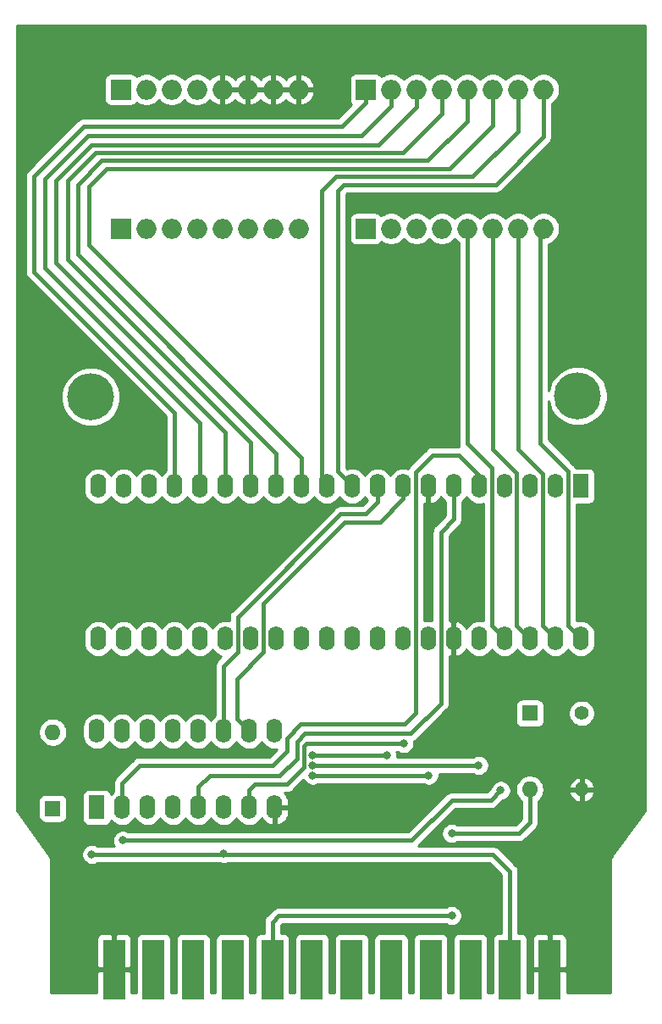
<source format=gbr>
G04 #@! TF.GenerationSoftware,KiCad,Pcbnew,5.1.5-52549c5~84~ubuntu19.10.1*
G04 #@! TF.CreationDate,2019-12-01T21:11:49+01:00*
G04 #@! TF.ProjectId,userport_expander,75736572-706f-4727-945f-657870616e64,rev?*
G04 #@! TF.SameCoordinates,Original*
G04 #@! TF.FileFunction,Copper,L1,Top*
G04 #@! TF.FilePolarity,Positive*
%FSLAX46Y46*%
G04 Gerber Fmt 4.6, Leading zero omitted, Abs format (unit mm)*
G04 Created by KiCad (PCBNEW 5.1.5-52549c5~84~ubuntu19.10.1) date 2019-12-01 21:11:49*
%MOMM*%
%LPD*%
G04 APERTURE LIST*
%ADD10C,4.700000*%
%ADD11R,1.600000X1.600000*%
%ADD12O,1.600000X1.600000*%
%ADD13R,2.200000X6.000000*%
%ADD14O,1.998980X1.998980*%
%ADD15R,1.998980X1.998980*%
%ADD16C,1.400000*%
%ADD17O,1.400000X1.400000*%
%ADD18O,1.600000X2.400000*%
%ADD19R,1.600000X2.400000*%
%ADD20C,0.800000*%
%ADD21C,0.450000*%
%ADD22C,0.254000*%
G04 APERTURE END LIST*
D10*
X146500000Y-90700000D03*
X97800000Y-90800000D03*
D11*
X94000000Y-131900000D03*
D12*
X94000000Y-124280000D03*
X141700000Y-130020000D03*
D11*
X141700000Y-122400000D03*
D13*
X100120000Y-148000000D03*
X104080000Y-148000000D03*
X108040000Y-148000000D03*
X112000000Y-148000000D03*
X115960000Y-148000000D03*
X119920000Y-148000000D03*
X123880000Y-148000000D03*
X127840000Y-148000000D03*
X131800000Y-148000000D03*
X135760000Y-148000000D03*
X139720000Y-148000000D03*
X143680000Y-148000000D03*
D14*
X132920000Y-74000000D03*
D15*
X125300000Y-74000000D03*
D14*
X127840000Y-74000000D03*
X130380000Y-74000000D03*
X135460000Y-74000000D03*
X138000000Y-74000000D03*
X140540000Y-74000000D03*
X143080000Y-74000000D03*
X118580000Y-74000000D03*
X116040000Y-74000000D03*
X113500000Y-74000000D03*
X110960000Y-74000000D03*
X105880000Y-74000000D03*
X103340000Y-74000000D03*
D15*
X100800000Y-74000000D03*
D14*
X108420000Y-74000000D03*
X132920000Y-60100000D03*
D15*
X125300000Y-60100000D03*
D14*
X127840000Y-60100000D03*
X130380000Y-60100000D03*
X135460000Y-60100000D03*
X138000000Y-60100000D03*
X140540000Y-60100000D03*
X143080000Y-60100000D03*
X118580000Y-60100000D03*
X116040000Y-60100000D03*
X113500000Y-60100000D03*
X110960000Y-60100000D03*
X105880000Y-60100000D03*
X103340000Y-60100000D03*
D15*
X100800000Y-60100000D03*
D14*
X108420000Y-60100000D03*
D16*
X146900000Y-122400000D03*
D17*
X146900000Y-130020000D03*
D18*
X98400000Y-124180000D03*
X116180000Y-131800000D03*
X100940000Y-124180000D03*
X113640000Y-131800000D03*
X103480000Y-124180000D03*
X111100000Y-131800000D03*
X106020000Y-124180000D03*
X108560000Y-131800000D03*
X108560000Y-124180000D03*
X106020000Y-131800000D03*
X111100000Y-124180000D03*
X103480000Y-131800000D03*
X113640000Y-124180000D03*
X100940000Y-131800000D03*
X116180000Y-124180000D03*
D19*
X98400000Y-131800000D03*
D18*
X146800000Y-114940000D03*
X98540000Y-99700000D03*
X144260000Y-114940000D03*
X101080000Y-99700000D03*
X141720000Y-114940000D03*
X103620000Y-99700000D03*
X139180000Y-114940000D03*
X106160000Y-99700000D03*
X136640000Y-114940000D03*
X108700000Y-99700000D03*
X134100000Y-114940000D03*
X111240000Y-99700000D03*
X131560000Y-114940000D03*
X113780000Y-99700000D03*
X129020000Y-114940000D03*
X116320000Y-99700000D03*
X126480000Y-114940000D03*
X118860000Y-99700000D03*
X123940000Y-114940000D03*
X121400000Y-99700000D03*
X121400000Y-114940000D03*
X123940000Y-99700000D03*
X118860000Y-114940000D03*
X126480000Y-99700000D03*
X116320000Y-114940000D03*
X129020000Y-99700000D03*
X113780000Y-114940000D03*
X131560000Y-99700000D03*
X111240000Y-114940000D03*
X134100000Y-99700000D03*
X108700000Y-114940000D03*
X136640000Y-99700000D03*
X106160000Y-114940000D03*
X139180000Y-99700000D03*
X103620000Y-114940000D03*
X141720000Y-99700000D03*
X101080000Y-114940000D03*
X144260000Y-99700000D03*
X98540000Y-114940000D03*
D19*
X146800000Y-99700000D03*
D20*
X101000000Y-135100000D03*
X138800000Y-130100000D03*
X133900000Y-142600000D03*
X133900000Y-134400000D03*
X111100000Y-136400000D03*
X97900000Y-136500000D03*
X136600000Y-127600000D03*
X120000000Y-127600000D03*
X131600000Y-128600000D03*
X120000000Y-128600000D03*
X129100000Y-125400000D03*
X127400000Y-126600000D03*
X120000000Y-126600000D03*
D21*
X101000000Y-135100000D02*
X129900000Y-135100000D01*
X129900000Y-135100000D02*
X133900000Y-131100000D01*
X133900000Y-131100000D02*
X137800000Y-131100000D01*
X137800000Y-131100000D02*
X138800000Y-130100000D01*
X115960000Y-148000000D02*
X115960000Y-143240000D01*
X115960000Y-143240000D02*
X116600000Y-142600000D01*
X116600000Y-142600000D02*
X133800000Y-142600000D01*
X133800000Y-142600000D02*
X133900000Y-142600000D01*
X133900000Y-134400000D02*
X140600000Y-134400000D01*
X141700000Y-133300000D02*
X141700000Y-130020000D01*
X140600000Y-134400000D02*
X141700000Y-133300000D01*
X111100000Y-136400000D02*
X111200000Y-136500000D01*
X139720000Y-138220000D02*
X139720000Y-148000000D01*
X138000000Y-136500000D02*
X139720000Y-138220000D01*
X111200000Y-136500000D02*
X138000000Y-136500000D01*
X97900000Y-136500000D02*
X111000000Y-136500000D01*
X111000000Y-136500000D02*
X111100000Y-136400000D01*
X136600000Y-127600000D02*
X120000000Y-127600000D01*
X131600000Y-128600000D02*
X120000000Y-128600000D01*
X119400000Y-125400000D02*
X129100000Y-125400000D01*
X113640000Y-131800000D02*
X113640000Y-130060000D01*
X114200000Y-129500000D02*
X117400000Y-129500000D01*
X119100000Y-125700000D02*
X119400000Y-125400000D01*
X113640000Y-130060000D02*
X114200000Y-129500000D01*
X119100000Y-127800000D02*
X119100000Y-125700000D01*
X117400000Y-129500000D02*
X119100000Y-127800000D01*
X120000000Y-126600000D02*
X127400000Y-126600000D01*
X132800000Y-121400000D02*
X132800000Y-104300000D01*
X108560000Y-129740000D02*
X109700000Y-128600000D01*
X108560000Y-131800000D02*
X108560000Y-129740000D01*
X129800000Y-124400000D02*
X132800000Y-121400000D01*
X118400000Y-125200000D02*
X119200000Y-124400000D01*
X116700000Y-128600000D02*
X118400000Y-126900000D01*
X109700000Y-128600000D02*
X116700000Y-128600000D01*
X134100000Y-103000000D02*
X134100000Y-99700000D01*
X132800000Y-104300000D02*
X134100000Y-103000000D01*
X119200000Y-124400000D02*
X129800000Y-124400000D01*
X118400000Y-126900000D02*
X118400000Y-125200000D01*
X135460000Y-95460000D02*
X137900000Y-97900000D01*
X135460000Y-74000000D02*
X135460000Y-95460000D01*
X137900000Y-97900000D02*
X137900000Y-113660000D01*
X137900000Y-113660000D02*
X139180000Y-114940000D01*
X140405010Y-113625010D02*
X141720000Y-114940000D01*
X140405010Y-98405010D02*
X140405010Y-113625010D01*
X138000000Y-74000000D02*
X138000000Y-96000000D01*
X138000000Y-96000000D02*
X140405010Y-98405010D01*
X140500000Y-74040000D02*
X140500000Y-96000000D01*
X140540000Y-74000000D02*
X140500000Y-74040000D01*
X140500000Y-96000000D02*
X143000000Y-98500000D01*
X143000000Y-98500000D02*
X143000000Y-113680000D01*
X143000000Y-113680000D02*
X144260000Y-114940000D01*
X142700000Y-74380000D02*
X142700000Y-95400000D01*
X145500000Y-98200000D02*
X145500000Y-113640000D01*
X143080000Y-74000000D02*
X142700000Y-74380000D01*
X142700000Y-95400000D02*
X145500000Y-98200000D01*
X145500000Y-113640000D02*
X146800000Y-114940000D01*
X132920000Y-62480000D02*
X132920000Y-60100000D01*
X113780000Y-99700000D02*
X113780000Y-95380000D01*
X113780000Y-95380000D02*
X95500000Y-77100000D01*
X95500000Y-77100000D02*
X95500000Y-69200000D01*
X95500000Y-69200000D02*
X98300000Y-66400000D01*
X129000000Y-66400000D02*
X132920000Y-62480000D01*
X98300000Y-66400000D02*
X129000000Y-66400000D01*
X122900000Y-63800000D02*
X125300000Y-61400000D01*
X106160000Y-92360000D02*
X92100000Y-78300000D01*
X92100000Y-78300000D02*
X92100000Y-68800000D01*
X92100000Y-68800000D02*
X97100000Y-63800000D01*
X106160000Y-99700000D02*
X106160000Y-92360000D01*
X125300000Y-61400000D02*
X125300000Y-60100000D01*
X97100000Y-63800000D02*
X122900000Y-63800000D01*
X127840000Y-61760000D02*
X127840000Y-60100000D01*
X124900000Y-64700000D02*
X127840000Y-61760000D01*
X108700000Y-93400000D02*
X93200000Y-77900000D01*
X97500000Y-64700000D02*
X124900000Y-64700000D01*
X108700000Y-99700000D02*
X108700000Y-93400000D01*
X93200000Y-77900000D02*
X93200000Y-69000000D01*
X93200000Y-69000000D02*
X97500000Y-64700000D01*
X130380000Y-61820000D02*
X130380000Y-60100000D01*
X111240000Y-94340000D02*
X94300000Y-77400000D01*
X111240000Y-99700000D02*
X111240000Y-94340000D01*
X94300000Y-77400000D02*
X94300000Y-69200000D01*
X126600000Y-65600000D02*
X130380000Y-61820000D01*
X97900000Y-65600000D02*
X126600000Y-65600000D01*
X94300000Y-69200000D02*
X97900000Y-65600000D01*
X135460000Y-63240000D02*
X135460000Y-60100000D01*
X131500000Y-67200000D02*
X135460000Y-63240000D01*
X96500000Y-76600000D02*
X96500000Y-69600000D01*
X116320000Y-99700000D02*
X116320000Y-96420000D01*
X116320000Y-96420000D02*
X96500000Y-76600000D01*
X96500000Y-69600000D02*
X98900000Y-67200000D01*
X98900000Y-67200000D02*
X131500000Y-67200000D01*
X138000000Y-63700000D02*
X138000000Y-60100000D01*
X118860000Y-96860000D02*
X97600000Y-75600000D01*
X118860000Y-99700000D02*
X118860000Y-96860000D01*
X133700000Y-68000000D02*
X138000000Y-63700000D01*
X97600000Y-69800000D02*
X99400000Y-68000000D01*
X99400000Y-68000000D02*
X133700000Y-68000000D01*
X97600000Y-75600000D02*
X97600000Y-69800000D01*
X120900000Y-99200000D02*
X121400000Y-99700000D01*
X120900000Y-70200000D02*
X120900000Y-99200000D01*
X140540000Y-60100000D02*
X140540000Y-64260000D01*
X140540000Y-64260000D02*
X136000000Y-68800000D01*
X136000000Y-68800000D02*
X122300000Y-68800000D01*
X122300000Y-68800000D02*
X120900000Y-70200000D01*
X122500000Y-98260000D02*
X123940000Y-99700000D01*
X143080000Y-60100000D02*
X143080000Y-64820000D01*
X138300000Y-69600000D02*
X123100000Y-69600000D01*
X143080000Y-64820000D02*
X138300000Y-69600000D01*
X122500000Y-70200000D02*
X122500000Y-98260000D01*
X123100000Y-69600000D02*
X122500000Y-70200000D01*
X126480000Y-101320000D02*
X126480000Y-99700000D01*
X125300000Y-102500000D02*
X126480000Y-101320000D01*
X122800000Y-102500000D02*
X125300000Y-102500000D01*
X111100000Y-124180000D02*
X111100000Y-117700000D01*
X112500000Y-116300000D02*
X112500000Y-112800000D01*
X111100000Y-117700000D02*
X112500000Y-116300000D01*
X112500000Y-112800000D02*
X122800000Y-102500000D01*
X126700000Y-103300000D02*
X129020000Y-100980000D01*
X123200000Y-103300000D02*
X126700000Y-103300000D01*
X112400000Y-122940000D02*
X112400000Y-119000000D01*
X113640000Y-124180000D02*
X112400000Y-122940000D01*
X112400000Y-119000000D02*
X115094990Y-116305010D01*
X115094990Y-116305010D02*
X115094990Y-111405010D01*
X129020000Y-100980000D02*
X129020000Y-99700000D01*
X115094990Y-111405010D02*
X123200000Y-103300000D01*
X118800000Y-123500000D02*
X129200000Y-123500000D01*
X100940000Y-129360000D02*
X102700000Y-127600000D01*
X100940000Y-131800000D02*
X100940000Y-129360000D01*
X132000000Y-96600000D02*
X134600000Y-96600000D01*
X130300000Y-98300000D02*
X132000000Y-96600000D01*
X129200000Y-123500000D02*
X130300000Y-122400000D01*
X117400000Y-124900000D02*
X118800000Y-123500000D01*
X102700000Y-127600000D02*
X116000000Y-127600000D01*
X116000000Y-127600000D02*
X117400000Y-126200000D01*
X117400000Y-126200000D02*
X117400000Y-124900000D01*
X130300000Y-122400000D02*
X130300000Y-98300000D01*
X134600000Y-96600000D02*
X136640000Y-98640000D01*
X136640000Y-98640000D02*
X136640000Y-99700000D01*
D22*
G36*
X153273000Y-132059301D02*
G01*
X152660076Y-132917395D01*
X149977835Y-136595897D01*
X149948575Y-136631551D01*
X149924309Y-136676949D01*
X149898203Y-136721316D01*
X149893714Y-136734189D01*
X149887290Y-136746208D01*
X149872347Y-136795467D01*
X149855487Y-136843819D01*
X149796656Y-136926183D01*
X149784241Y-136947763D01*
X149776274Y-136971350D01*
X149773000Y-137000000D01*
X149773000Y-150273000D01*
X145417249Y-150273000D01*
X145415000Y-148285750D01*
X145256250Y-148127000D01*
X143807000Y-148127000D01*
X143807000Y-148147000D01*
X143553000Y-148147000D01*
X143553000Y-148127000D01*
X142103750Y-148127000D01*
X141945000Y-148285750D01*
X141942751Y-150273000D01*
X141458072Y-150273000D01*
X141458072Y-145000000D01*
X141941928Y-145000000D01*
X141945000Y-147714250D01*
X142103750Y-147873000D01*
X143553000Y-147873000D01*
X143553000Y-144523750D01*
X143807000Y-144523750D01*
X143807000Y-147873000D01*
X145256250Y-147873000D01*
X145415000Y-147714250D01*
X145418072Y-145000000D01*
X145405812Y-144875518D01*
X145369502Y-144755820D01*
X145310537Y-144645506D01*
X145231185Y-144548815D01*
X145134494Y-144469463D01*
X145024180Y-144410498D01*
X144904482Y-144374188D01*
X144780000Y-144361928D01*
X143965750Y-144365000D01*
X143807000Y-144523750D01*
X143553000Y-144523750D01*
X143394250Y-144365000D01*
X142580000Y-144361928D01*
X142455518Y-144374188D01*
X142335820Y-144410498D01*
X142225506Y-144469463D01*
X142128815Y-144548815D01*
X142049463Y-144645506D01*
X141990498Y-144755820D01*
X141954188Y-144875518D01*
X141941928Y-145000000D01*
X141458072Y-145000000D01*
X141445812Y-144875518D01*
X141409502Y-144755820D01*
X141350537Y-144645506D01*
X141271185Y-144548815D01*
X141174494Y-144469463D01*
X141064180Y-144410498D01*
X140944482Y-144374188D01*
X140820000Y-144361928D01*
X140580000Y-144361928D01*
X140580000Y-138262238D01*
X140584160Y-138219999D01*
X140580000Y-138177760D01*
X140580000Y-138177754D01*
X140567556Y-138051411D01*
X140567556Y-138051409D01*
X140518381Y-137889301D01*
X140518381Y-137889300D01*
X140438524Y-137739898D01*
X140331054Y-137608946D01*
X140298242Y-137582018D01*
X138637988Y-135921765D01*
X138611054Y-135888946D01*
X138480102Y-135781476D01*
X138330700Y-135701619D01*
X138168589Y-135652444D01*
X138042246Y-135640000D01*
X138042239Y-135640000D01*
X138000000Y-135635840D01*
X137957761Y-135640000D01*
X130576223Y-135640000D01*
X131918162Y-134298061D01*
X132865000Y-134298061D01*
X132865000Y-134501939D01*
X132904774Y-134701898D01*
X132982795Y-134890256D01*
X133096063Y-135059774D01*
X133240226Y-135203937D01*
X133409744Y-135317205D01*
X133598102Y-135395226D01*
X133798061Y-135435000D01*
X134001939Y-135435000D01*
X134201898Y-135395226D01*
X134390256Y-135317205D01*
X134475870Y-135260000D01*
X140557761Y-135260000D01*
X140600000Y-135264160D01*
X140642239Y-135260000D01*
X140642246Y-135260000D01*
X140768589Y-135247556D01*
X140930700Y-135198381D01*
X141080102Y-135118524D01*
X141211054Y-135011054D01*
X141237988Y-134978235D01*
X142278242Y-133937982D01*
X142311054Y-133911054D01*
X142418524Y-133780102D01*
X142498381Y-133630700D01*
X142547556Y-133468589D01*
X142560000Y-133342246D01*
X142560000Y-133342239D01*
X142564160Y-133300000D01*
X142560000Y-133257761D01*
X142560000Y-131171226D01*
X142614759Y-131134637D01*
X142814637Y-130934759D01*
X142971680Y-130699727D01*
X143079853Y-130438574D01*
X143096809Y-130353330D01*
X145607278Y-130353330D01*
X145697147Y-130599123D01*
X145833241Y-130822660D01*
X146010330Y-131015351D01*
X146221608Y-131169792D01*
X146458956Y-131280047D01*
X146566671Y-131312716D01*
X146773000Y-131189374D01*
X146773000Y-130147000D01*
X147027000Y-130147000D01*
X147027000Y-131189374D01*
X147233329Y-131312716D01*
X147341044Y-131280047D01*
X147578392Y-131169792D01*
X147789670Y-131015351D01*
X147966759Y-130822660D01*
X148102853Y-130599123D01*
X148192722Y-130353330D01*
X148070201Y-130147000D01*
X147027000Y-130147000D01*
X146773000Y-130147000D01*
X145729799Y-130147000D01*
X145607278Y-130353330D01*
X143096809Y-130353330D01*
X143135000Y-130161335D01*
X143135000Y-129878665D01*
X143096810Y-129686670D01*
X145607278Y-129686670D01*
X145729799Y-129893000D01*
X146773000Y-129893000D01*
X146773000Y-128850626D01*
X147027000Y-128850626D01*
X147027000Y-129893000D01*
X148070201Y-129893000D01*
X148192722Y-129686670D01*
X148102853Y-129440877D01*
X147966759Y-129217340D01*
X147789670Y-129024649D01*
X147578392Y-128870208D01*
X147341044Y-128759953D01*
X147233329Y-128727284D01*
X147027000Y-128850626D01*
X146773000Y-128850626D01*
X146566671Y-128727284D01*
X146458956Y-128759953D01*
X146221608Y-128870208D01*
X146010330Y-129024649D01*
X145833241Y-129217340D01*
X145697147Y-129440877D01*
X145607278Y-129686670D01*
X143096810Y-129686670D01*
X143079853Y-129601426D01*
X142971680Y-129340273D01*
X142814637Y-129105241D01*
X142614759Y-128905363D01*
X142379727Y-128748320D01*
X142118574Y-128640147D01*
X141841335Y-128585000D01*
X141558665Y-128585000D01*
X141281426Y-128640147D01*
X141020273Y-128748320D01*
X140785241Y-128905363D01*
X140585363Y-129105241D01*
X140428320Y-129340273D01*
X140320147Y-129601426D01*
X140265000Y-129878665D01*
X140265000Y-130161335D01*
X140320147Y-130438574D01*
X140428320Y-130699727D01*
X140585363Y-130934759D01*
X140785241Y-131134637D01*
X140840001Y-131171226D01*
X140840000Y-132943776D01*
X140243777Y-133540000D01*
X134475870Y-133540000D01*
X134390256Y-133482795D01*
X134201898Y-133404774D01*
X134001939Y-133365000D01*
X133798061Y-133365000D01*
X133598102Y-133404774D01*
X133409744Y-133482795D01*
X133240226Y-133596063D01*
X133096063Y-133740226D01*
X132982795Y-133909744D01*
X132904774Y-134098102D01*
X132865000Y-134298061D01*
X131918162Y-134298061D01*
X134256224Y-131960000D01*
X137757761Y-131960000D01*
X137800000Y-131964160D01*
X137842239Y-131960000D01*
X137842246Y-131960000D01*
X137968589Y-131947556D01*
X138130700Y-131898381D01*
X138280102Y-131818524D01*
X138411054Y-131711054D01*
X138437988Y-131678235D01*
X139000910Y-131115314D01*
X139101898Y-131095226D01*
X139290256Y-131017205D01*
X139459774Y-130903937D01*
X139603937Y-130759774D01*
X139717205Y-130590256D01*
X139795226Y-130401898D01*
X139835000Y-130201939D01*
X139835000Y-129998061D01*
X139795226Y-129798102D01*
X139717205Y-129609744D01*
X139603937Y-129440226D01*
X139459774Y-129296063D01*
X139290256Y-129182795D01*
X139101898Y-129104774D01*
X138901939Y-129065000D01*
X138698061Y-129065000D01*
X138498102Y-129104774D01*
X138309744Y-129182795D01*
X138140226Y-129296063D01*
X137996063Y-129440226D01*
X137882795Y-129609744D01*
X137804774Y-129798102D01*
X137784686Y-129899090D01*
X137443777Y-130240000D01*
X133942238Y-130240000D01*
X133899999Y-130235840D01*
X133857760Y-130240000D01*
X133857754Y-130240000D01*
X133748558Y-130250755D01*
X133731410Y-130252444D01*
X133682235Y-130267361D01*
X133569300Y-130301619D01*
X133419898Y-130381476D01*
X133288946Y-130488946D01*
X133262017Y-130521759D01*
X129543777Y-134240000D01*
X101575870Y-134240000D01*
X101490256Y-134182795D01*
X101301898Y-134104774D01*
X101101939Y-134065000D01*
X100898061Y-134065000D01*
X100698102Y-134104774D01*
X100509744Y-134182795D01*
X100340226Y-134296063D01*
X100196063Y-134440226D01*
X100082795Y-134609744D01*
X100004774Y-134798102D01*
X99965000Y-134998061D01*
X99965000Y-135201939D01*
X100004774Y-135401898D01*
X100082795Y-135590256D01*
X100116033Y-135640000D01*
X98475870Y-135640000D01*
X98390256Y-135582795D01*
X98201898Y-135504774D01*
X98001939Y-135465000D01*
X97798061Y-135465000D01*
X97598102Y-135504774D01*
X97409744Y-135582795D01*
X97240226Y-135696063D01*
X97096063Y-135840226D01*
X96982795Y-136009744D01*
X96904774Y-136198102D01*
X96865000Y-136398061D01*
X96865000Y-136601939D01*
X96904774Y-136801898D01*
X96982795Y-136990256D01*
X97096063Y-137159774D01*
X97240226Y-137303937D01*
X97409744Y-137417205D01*
X97598102Y-137495226D01*
X97798061Y-137535000D01*
X98001939Y-137535000D01*
X98201898Y-137495226D01*
X98390256Y-137417205D01*
X98475870Y-137360000D01*
X110713060Y-137360000D01*
X110798102Y-137395226D01*
X110998061Y-137435000D01*
X111201939Y-137435000D01*
X111401898Y-137395226D01*
X111486940Y-137360000D01*
X137643777Y-137360000D01*
X138860000Y-138576224D01*
X138860001Y-144361928D01*
X138620000Y-144361928D01*
X138495518Y-144374188D01*
X138375820Y-144410498D01*
X138265506Y-144469463D01*
X138168815Y-144548815D01*
X138089463Y-144645506D01*
X138030498Y-144755820D01*
X137994188Y-144875518D01*
X137981928Y-145000000D01*
X137981928Y-150273000D01*
X137498072Y-150273000D01*
X137498072Y-145000000D01*
X137485812Y-144875518D01*
X137449502Y-144755820D01*
X137390537Y-144645506D01*
X137311185Y-144548815D01*
X137214494Y-144469463D01*
X137104180Y-144410498D01*
X136984482Y-144374188D01*
X136860000Y-144361928D01*
X134660000Y-144361928D01*
X134535518Y-144374188D01*
X134415820Y-144410498D01*
X134305506Y-144469463D01*
X134208815Y-144548815D01*
X134129463Y-144645506D01*
X134070498Y-144755820D01*
X134034188Y-144875518D01*
X134021928Y-145000000D01*
X134021928Y-150273000D01*
X133538072Y-150273000D01*
X133538072Y-145000000D01*
X133525812Y-144875518D01*
X133489502Y-144755820D01*
X133430537Y-144645506D01*
X133351185Y-144548815D01*
X133254494Y-144469463D01*
X133144180Y-144410498D01*
X133024482Y-144374188D01*
X132900000Y-144361928D01*
X130700000Y-144361928D01*
X130575518Y-144374188D01*
X130455820Y-144410498D01*
X130345506Y-144469463D01*
X130248815Y-144548815D01*
X130169463Y-144645506D01*
X130110498Y-144755820D01*
X130074188Y-144875518D01*
X130061928Y-145000000D01*
X130061928Y-150273000D01*
X129578072Y-150273000D01*
X129578072Y-145000000D01*
X129565812Y-144875518D01*
X129529502Y-144755820D01*
X129470537Y-144645506D01*
X129391185Y-144548815D01*
X129294494Y-144469463D01*
X129184180Y-144410498D01*
X129064482Y-144374188D01*
X128940000Y-144361928D01*
X126740000Y-144361928D01*
X126615518Y-144374188D01*
X126495820Y-144410498D01*
X126385506Y-144469463D01*
X126288815Y-144548815D01*
X126209463Y-144645506D01*
X126150498Y-144755820D01*
X126114188Y-144875518D01*
X126101928Y-145000000D01*
X126101928Y-150273000D01*
X125618072Y-150273000D01*
X125618072Y-145000000D01*
X125605812Y-144875518D01*
X125569502Y-144755820D01*
X125510537Y-144645506D01*
X125431185Y-144548815D01*
X125334494Y-144469463D01*
X125224180Y-144410498D01*
X125104482Y-144374188D01*
X124980000Y-144361928D01*
X122780000Y-144361928D01*
X122655518Y-144374188D01*
X122535820Y-144410498D01*
X122425506Y-144469463D01*
X122328815Y-144548815D01*
X122249463Y-144645506D01*
X122190498Y-144755820D01*
X122154188Y-144875518D01*
X122141928Y-145000000D01*
X122141928Y-150273000D01*
X121658072Y-150273000D01*
X121658072Y-145000000D01*
X121645812Y-144875518D01*
X121609502Y-144755820D01*
X121550537Y-144645506D01*
X121471185Y-144548815D01*
X121374494Y-144469463D01*
X121264180Y-144410498D01*
X121144482Y-144374188D01*
X121020000Y-144361928D01*
X118820000Y-144361928D01*
X118695518Y-144374188D01*
X118575820Y-144410498D01*
X118465506Y-144469463D01*
X118368815Y-144548815D01*
X118289463Y-144645506D01*
X118230498Y-144755820D01*
X118194188Y-144875518D01*
X118181928Y-145000000D01*
X118181928Y-150273000D01*
X117698072Y-150273000D01*
X117698072Y-145000000D01*
X117685812Y-144875518D01*
X117649502Y-144755820D01*
X117590537Y-144645506D01*
X117511185Y-144548815D01*
X117414494Y-144469463D01*
X117304180Y-144410498D01*
X117184482Y-144374188D01*
X117060000Y-144361928D01*
X116820000Y-144361928D01*
X116820000Y-143596223D01*
X116956224Y-143460000D01*
X133324130Y-143460000D01*
X133409744Y-143517205D01*
X133598102Y-143595226D01*
X133798061Y-143635000D01*
X134001939Y-143635000D01*
X134201898Y-143595226D01*
X134390256Y-143517205D01*
X134559774Y-143403937D01*
X134703937Y-143259774D01*
X134817205Y-143090256D01*
X134895226Y-142901898D01*
X134935000Y-142701939D01*
X134935000Y-142498061D01*
X134895226Y-142298102D01*
X134817205Y-142109744D01*
X134703937Y-141940226D01*
X134559774Y-141796063D01*
X134390256Y-141682795D01*
X134201898Y-141604774D01*
X134001939Y-141565000D01*
X133798061Y-141565000D01*
X133598102Y-141604774D01*
X133409744Y-141682795D01*
X133324130Y-141740000D01*
X116642246Y-141740000D01*
X116600000Y-141735839D01*
X116431410Y-141752444D01*
X116269299Y-141801619D01*
X116217259Y-141829436D01*
X116119898Y-141881476D01*
X115988946Y-141988946D01*
X115962016Y-142021760D01*
X115381760Y-142602017D01*
X115348947Y-142628946D01*
X115322018Y-142661759D01*
X115322016Y-142661761D01*
X115241477Y-142759898D01*
X115161620Y-142909300D01*
X115112444Y-143071411D01*
X115095840Y-143240000D01*
X115100001Y-143282249D01*
X115100001Y-144361928D01*
X114860000Y-144361928D01*
X114735518Y-144374188D01*
X114615820Y-144410498D01*
X114505506Y-144469463D01*
X114408815Y-144548815D01*
X114329463Y-144645506D01*
X114270498Y-144755820D01*
X114234188Y-144875518D01*
X114221928Y-145000000D01*
X114221928Y-150273000D01*
X113738072Y-150273000D01*
X113738072Y-145000000D01*
X113725812Y-144875518D01*
X113689502Y-144755820D01*
X113630537Y-144645506D01*
X113551185Y-144548815D01*
X113454494Y-144469463D01*
X113344180Y-144410498D01*
X113224482Y-144374188D01*
X113100000Y-144361928D01*
X110900000Y-144361928D01*
X110775518Y-144374188D01*
X110655820Y-144410498D01*
X110545506Y-144469463D01*
X110448815Y-144548815D01*
X110369463Y-144645506D01*
X110310498Y-144755820D01*
X110274188Y-144875518D01*
X110261928Y-145000000D01*
X110261928Y-150273000D01*
X109778072Y-150273000D01*
X109778072Y-145000000D01*
X109765812Y-144875518D01*
X109729502Y-144755820D01*
X109670537Y-144645506D01*
X109591185Y-144548815D01*
X109494494Y-144469463D01*
X109384180Y-144410498D01*
X109264482Y-144374188D01*
X109140000Y-144361928D01*
X106940000Y-144361928D01*
X106815518Y-144374188D01*
X106695820Y-144410498D01*
X106585506Y-144469463D01*
X106488815Y-144548815D01*
X106409463Y-144645506D01*
X106350498Y-144755820D01*
X106314188Y-144875518D01*
X106301928Y-145000000D01*
X106301928Y-150273000D01*
X105818072Y-150273000D01*
X105818072Y-145000000D01*
X105805812Y-144875518D01*
X105769502Y-144755820D01*
X105710537Y-144645506D01*
X105631185Y-144548815D01*
X105534494Y-144469463D01*
X105424180Y-144410498D01*
X105304482Y-144374188D01*
X105180000Y-144361928D01*
X102980000Y-144361928D01*
X102855518Y-144374188D01*
X102735820Y-144410498D01*
X102625506Y-144469463D01*
X102528815Y-144548815D01*
X102449463Y-144645506D01*
X102390498Y-144755820D01*
X102354188Y-144875518D01*
X102341928Y-145000000D01*
X102341928Y-150273000D01*
X101857249Y-150273000D01*
X101855000Y-148285750D01*
X101696250Y-148127000D01*
X100247000Y-148127000D01*
X100247000Y-148147000D01*
X99993000Y-148147000D01*
X99993000Y-148127000D01*
X98543750Y-148127000D01*
X98385000Y-148285750D01*
X98382751Y-150273000D01*
X93827000Y-150273000D01*
X93827000Y-145000000D01*
X98381928Y-145000000D01*
X98385000Y-147714250D01*
X98543750Y-147873000D01*
X99993000Y-147873000D01*
X99993000Y-144523750D01*
X100247000Y-144523750D01*
X100247000Y-147873000D01*
X101696250Y-147873000D01*
X101855000Y-147714250D01*
X101858072Y-145000000D01*
X101845812Y-144875518D01*
X101809502Y-144755820D01*
X101750537Y-144645506D01*
X101671185Y-144548815D01*
X101574494Y-144469463D01*
X101464180Y-144410498D01*
X101344482Y-144374188D01*
X101220000Y-144361928D01*
X100405750Y-144365000D01*
X100247000Y-144523750D01*
X99993000Y-144523750D01*
X99834250Y-144365000D01*
X99020000Y-144361928D01*
X98895518Y-144374188D01*
X98775820Y-144410498D01*
X98665506Y-144469463D01*
X98568815Y-144548815D01*
X98489463Y-144645506D01*
X98430498Y-144755820D01*
X98394188Y-144875518D01*
X98381928Y-145000000D01*
X93827000Y-145000000D01*
X93827000Y-137000000D01*
X93824560Y-136975224D01*
X93817333Y-136951399D01*
X93803635Y-136926592D01*
X93742428Y-136840183D01*
X93728975Y-136799824D01*
X93712710Y-136746207D01*
X93708436Y-136738211D01*
X93705568Y-136729607D01*
X93677827Y-136680944D01*
X93651425Y-136631550D01*
X93625046Y-136599408D01*
X90427000Y-132084519D01*
X90427000Y-131100000D01*
X92561928Y-131100000D01*
X92561928Y-132700000D01*
X92574188Y-132824482D01*
X92610498Y-132944180D01*
X92669463Y-133054494D01*
X92748815Y-133151185D01*
X92845506Y-133230537D01*
X92955820Y-133289502D01*
X93075518Y-133325812D01*
X93200000Y-133338072D01*
X94800000Y-133338072D01*
X94924482Y-133325812D01*
X95044180Y-133289502D01*
X95154494Y-133230537D01*
X95251185Y-133151185D01*
X95330537Y-133054494D01*
X95389502Y-132944180D01*
X95425812Y-132824482D01*
X95438072Y-132700000D01*
X95438072Y-131100000D01*
X95425812Y-130975518D01*
X95389502Y-130855820D01*
X95330537Y-130745506D01*
X95251185Y-130648815D01*
X95154494Y-130569463D01*
X95044180Y-130510498D01*
X94924482Y-130474188D01*
X94800000Y-130461928D01*
X93200000Y-130461928D01*
X93075518Y-130474188D01*
X92955820Y-130510498D01*
X92845506Y-130569463D01*
X92748815Y-130648815D01*
X92669463Y-130745506D01*
X92610498Y-130855820D01*
X92574188Y-130975518D01*
X92561928Y-131100000D01*
X90427000Y-131100000D01*
X90427000Y-124138665D01*
X92565000Y-124138665D01*
X92565000Y-124421335D01*
X92620147Y-124698574D01*
X92728320Y-124959727D01*
X92885363Y-125194759D01*
X93085241Y-125394637D01*
X93320273Y-125551680D01*
X93581426Y-125659853D01*
X93858665Y-125715000D01*
X94141335Y-125715000D01*
X94418574Y-125659853D01*
X94679727Y-125551680D01*
X94914759Y-125394637D01*
X95114637Y-125194759D01*
X95271680Y-124959727D01*
X95379853Y-124698574D01*
X95435000Y-124421335D01*
X95435000Y-124138665D01*
X95379853Y-123861426D01*
X95271680Y-123600273D01*
X95114637Y-123365241D01*
X94914759Y-123165363D01*
X94679727Y-123008320D01*
X94418574Y-122900147D01*
X94141335Y-122845000D01*
X93858665Y-122845000D01*
X93581426Y-122900147D01*
X93320273Y-123008320D01*
X93085241Y-123165363D01*
X92885363Y-123365241D01*
X92728320Y-123600273D01*
X92620147Y-123861426D01*
X92565000Y-124138665D01*
X90427000Y-124138665D01*
X90427000Y-90506003D01*
X94815000Y-90506003D01*
X94815000Y-91093997D01*
X94929712Y-91670692D01*
X95154727Y-92213928D01*
X95481399Y-92702826D01*
X95897174Y-93118601D01*
X96386072Y-93445273D01*
X96929308Y-93670288D01*
X97506003Y-93785000D01*
X98093997Y-93785000D01*
X98670692Y-93670288D01*
X99213928Y-93445273D01*
X99702826Y-93118601D01*
X100118601Y-92702826D01*
X100445273Y-92213928D01*
X100670288Y-91670692D01*
X100785000Y-91093997D01*
X100785000Y-90506003D01*
X100670288Y-89929308D01*
X100445273Y-89386072D01*
X100118601Y-88897174D01*
X99702826Y-88481399D01*
X99213928Y-88154727D01*
X98670692Y-87929712D01*
X98093997Y-87815000D01*
X97506003Y-87815000D01*
X96929308Y-87929712D01*
X96386072Y-88154727D01*
X95897174Y-88481399D01*
X95481399Y-88897174D01*
X95154727Y-89386072D01*
X94929712Y-89929308D01*
X94815000Y-90506003D01*
X90427000Y-90506003D01*
X90427000Y-68800000D01*
X91235840Y-68800000D01*
X91240001Y-68842249D01*
X91240000Y-78257761D01*
X91235840Y-78300000D01*
X91240000Y-78342239D01*
X91240000Y-78342245D01*
X91243729Y-78380101D01*
X91252444Y-78468589D01*
X91265326Y-78511054D01*
X91301619Y-78630699D01*
X91381476Y-78780101D01*
X91488946Y-78911054D01*
X91521765Y-78937988D01*
X105300001Y-92716225D01*
X105300000Y-98149406D01*
X105140393Y-98280392D01*
X104961068Y-98498899D01*
X104890000Y-98631858D01*
X104818932Y-98498899D01*
X104639608Y-98280392D01*
X104421101Y-98101068D01*
X104171808Y-97967818D01*
X103901309Y-97885764D01*
X103620000Y-97858057D01*
X103338692Y-97885764D01*
X103068193Y-97967818D01*
X102818900Y-98101068D01*
X102600393Y-98280392D01*
X102421068Y-98498899D01*
X102350000Y-98631858D01*
X102278932Y-98498899D01*
X102099608Y-98280392D01*
X101881101Y-98101068D01*
X101631808Y-97967818D01*
X101361309Y-97885764D01*
X101080000Y-97858057D01*
X100798692Y-97885764D01*
X100528193Y-97967818D01*
X100278900Y-98101068D01*
X100060393Y-98280392D01*
X99881068Y-98498899D01*
X99810000Y-98631858D01*
X99738932Y-98498899D01*
X99559608Y-98280392D01*
X99341101Y-98101068D01*
X99091808Y-97967818D01*
X98821309Y-97885764D01*
X98540000Y-97858057D01*
X98258692Y-97885764D01*
X97988193Y-97967818D01*
X97738900Y-98101068D01*
X97520393Y-98280392D01*
X97341068Y-98498899D01*
X97207818Y-98748192D01*
X97125764Y-99018691D01*
X97105000Y-99229508D01*
X97105000Y-100170491D01*
X97125764Y-100381308D01*
X97207818Y-100651807D01*
X97341068Y-100901100D01*
X97520392Y-101119607D01*
X97738899Y-101298932D01*
X97988192Y-101432182D01*
X98258691Y-101514236D01*
X98540000Y-101541943D01*
X98821308Y-101514236D01*
X99091807Y-101432182D01*
X99341100Y-101298932D01*
X99559607Y-101119608D01*
X99738932Y-100901101D01*
X99810000Y-100768142D01*
X99881068Y-100901100D01*
X100060392Y-101119607D01*
X100278899Y-101298932D01*
X100528192Y-101432182D01*
X100798691Y-101514236D01*
X101080000Y-101541943D01*
X101361308Y-101514236D01*
X101631807Y-101432182D01*
X101881100Y-101298932D01*
X102099607Y-101119608D01*
X102278932Y-100901101D01*
X102350000Y-100768142D01*
X102421068Y-100901100D01*
X102600392Y-101119607D01*
X102818899Y-101298932D01*
X103068192Y-101432182D01*
X103338691Y-101514236D01*
X103620000Y-101541943D01*
X103901308Y-101514236D01*
X104171807Y-101432182D01*
X104421100Y-101298932D01*
X104639607Y-101119608D01*
X104818932Y-100901101D01*
X104890000Y-100768142D01*
X104961068Y-100901100D01*
X105140392Y-101119607D01*
X105358899Y-101298932D01*
X105608192Y-101432182D01*
X105878691Y-101514236D01*
X106160000Y-101541943D01*
X106441308Y-101514236D01*
X106711807Y-101432182D01*
X106961100Y-101298932D01*
X107179607Y-101119608D01*
X107358932Y-100901101D01*
X107430000Y-100768142D01*
X107501068Y-100901100D01*
X107680392Y-101119607D01*
X107898899Y-101298932D01*
X108148192Y-101432182D01*
X108418691Y-101514236D01*
X108700000Y-101541943D01*
X108981308Y-101514236D01*
X109251807Y-101432182D01*
X109501100Y-101298932D01*
X109719607Y-101119608D01*
X109898932Y-100901101D01*
X109970000Y-100768142D01*
X110041068Y-100901100D01*
X110220392Y-101119607D01*
X110438899Y-101298932D01*
X110688192Y-101432182D01*
X110958691Y-101514236D01*
X111240000Y-101541943D01*
X111521308Y-101514236D01*
X111791807Y-101432182D01*
X112041100Y-101298932D01*
X112259607Y-101119608D01*
X112438932Y-100901101D01*
X112510000Y-100768142D01*
X112581068Y-100901100D01*
X112760392Y-101119607D01*
X112978899Y-101298932D01*
X113228192Y-101432182D01*
X113498691Y-101514236D01*
X113780000Y-101541943D01*
X114061308Y-101514236D01*
X114331807Y-101432182D01*
X114581100Y-101298932D01*
X114799607Y-101119608D01*
X114978932Y-100901101D01*
X115050000Y-100768142D01*
X115121068Y-100901100D01*
X115300392Y-101119607D01*
X115518899Y-101298932D01*
X115768192Y-101432182D01*
X116038691Y-101514236D01*
X116320000Y-101541943D01*
X116601308Y-101514236D01*
X116871807Y-101432182D01*
X117121100Y-101298932D01*
X117339607Y-101119608D01*
X117518932Y-100901101D01*
X117590000Y-100768142D01*
X117661068Y-100901100D01*
X117840392Y-101119607D01*
X118058899Y-101298932D01*
X118308192Y-101432182D01*
X118578691Y-101514236D01*
X118860000Y-101541943D01*
X119141308Y-101514236D01*
X119411807Y-101432182D01*
X119661100Y-101298932D01*
X119879607Y-101119608D01*
X120058932Y-100901101D01*
X120130000Y-100768142D01*
X120201068Y-100901100D01*
X120380392Y-101119607D01*
X120598899Y-101298932D01*
X120848192Y-101432182D01*
X121118691Y-101514236D01*
X121400000Y-101541943D01*
X121681308Y-101514236D01*
X121951807Y-101432182D01*
X122201100Y-101298932D01*
X122419607Y-101119608D01*
X122598932Y-100901101D01*
X122670000Y-100768142D01*
X122741068Y-100901100D01*
X122920392Y-101119607D01*
X123138899Y-101298932D01*
X123388192Y-101432182D01*
X123658691Y-101514236D01*
X123940000Y-101541943D01*
X124221308Y-101514236D01*
X124491807Y-101432182D01*
X124741100Y-101298932D01*
X124959607Y-101119608D01*
X125138932Y-100901101D01*
X125210000Y-100768142D01*
X125281068Y-100901100D01*
X125460392Y-101119607D01*
X125462467Y-101121310D01*
X124943777Y-101640000D01*
X122842246Y-101640000D01*
X122800000Y-101635839D01*
X122631410Y-101652444D01*
X122469299Y-101701619D01*
X122417259Y-101729436D01*
X122319898Y-101781476D01*
X122188946Y-101888946D01*
X122162017Y-101921759D01*
X111921760Y-112162017D01*
X111888947Y-112188946D01*
X111862018Y-112221759D01*
X111862016Y-112221761D01*
X111781477Y-112319898D01*
X111701620Y-112469300D01*
X111652444Y-112631411D01*
X111635840Y-112800000D01*
X111640001Y-112842249D01*
X111640001Y-113161768D01*
X111521309Y-113125764D01*
X111240000Y-113098057D01*
X110958692Y-113125764D01*
X110688193Y-113207818D01*
X110438900Y-113341068D01*
X110220393Y-113520392D01*
X110041068Y-113738899D01*
X109970000Y-113871858D01*
X109898932Y-113738899D01*
X109719608Y-113520392D01*
X109501101Y-113341068D01*
X109251808Y-113207818D01*
X108981309Y-113125764D01*
X108700000Y-113098057D01*
X108418692Y-113125764D01*
X108148193Y-113207818D01*
X107898900Y-113341068D01*
X107680393Y-113520392D01*
X107501068Y-113738899D01*
X107430000Y-113871858D01*
X107358932Y-113738899D01*
X107179608Y-113520392D01*
X106961101Y-113341068D01*
X106711808Y-113207818D01*
X106441309Y-113125764D01*
X106160000Y-113098057D01*
X105878692Y-113125764D01*
X105608193Y-113207818D01*
X105358900Y-113341068D01*
X105140393Y-113520392D01*
X104961068Y-113738899D01*
X104890000Y-113871858D01*
X104818932Y-113738899D01*
X104639608Y-113520392D01*
X104421101Y-113341068D01*
X104171808Y-113207818D01*
X103901309Y-113125764D01*
X103620000Y-113098057D01*
X103338692Y-113125764D01*
X103068193Y-113207818D01*
X102818900Y-113341068D01*
X102600393Y-113520392D01*
X102421068Y-113738899D01*
X102350000Y-113871858D01*
X102278932Y-113738899D01*
X102099608Y-113520392D01*
X101881101Y-113341068D01*
X101631808Y-113207818D01*
X101361309Y-113125764D01*
X101080000Y-113098057D01*
X100798692Y-113125764D01*
X100528193Y-113207818D01*
X100278900Y-113341068D01*
X100060393Y-113520392D01*
X99881068Y-113738899D01*
X99810000Y-113871858D01*
X99738932Y-113738899D01*
X99559608Y-113520392D01*
X99341101Y-113341068D01*
X99091808Y-113207818D01*
X98821309Y-113125764D01*
X98540000Y-113098057D01*
X98258692Y-113125764D01*
X97988193Y-113207818D01*
X97738900Y-113341068D01*
X97520393Y-113520392D01*
X97341068Y-113738899D01*
X97207818Y-113988192D01*
X97125764Y-114258691D01*
X97105000Y-114469508D01*
X97105000Y-115410491D01*
X97125764Y-115621308D01*
X97207818Y-115891807D01*
X97341068Y-116141100D01*
X97520392Y-116359607D01*
X97738899Y-116538932D01*
X97988192Y-116672182D01*
X98258691Y-116754236D01*
X98540000Y-116781943D01*
X98821308Y-116754236D01*
X99091807Y-116672182D01*
X99341100Y-116538932D01*
X99559607Y-116359608D01*
X99738932Y-116141101D01*
X99810000Y-116008142D01*
X99881068Y-116141100D01*
X100060392Y-116359607D01*
X100278899Y-116538932D01*
X100528192Y-116672182D01*
X100798691Y-116754236D01*
X101080000Y-116781943D01*
X101361308Y-116754236D01*
X101631807Y-116672182D01*
X101881100Y-116538932D01*
X102099607Y-116359608D01*
X102278932Y-116141101D01*
X102350000Y-116008142D01*
X102421068Y-116141100D01*
X102600392Y-116359607D01*
X102818899Y-116538932D01*
X103068192Y-116672182D01*
X103338691Y-116754236D01*
X103620000Y-116781943D01*
X103901308Y-116754236D01*
X104171807Y-116672182D01*
X104421100Y-116538932D01*
X104639607Y-116359608D01*
X104818932Y-116141101D01*
X104890000Y-116008142D01*
X104961068Y-116141100D01*
X105140392Y-116359607D01*
X105358899Y-116538932D01*
X105608192Y-116672182D01*
X105878691Y-116754236D01*
X106160000Y-116781943D01*
X106441308Y-116754236D01*
X106711807Y-116672182D01*
X106961100Y-116538932D01*
X107179607Y-116359608D01*
X107358932Y-116141101D01*
X107430000Y-116008142D01*
X107501068Y-116141100D01*
X107680392Y-116359607D01*
X107898899Y-116538932D01*
X108148192Y-116672182D01*
X108418691Y-116754236D01*
X108700000Y-116781943D01*
X108981308Y-116754236D01*
X109251807Y-116672182D01*
X109501100Y-116538932D01*
X109719607Y-116359608D01*
X109898932Y-116141101D01*
X109970000Y-116008142D01*
X110041068Y-116141100D01*
X110220392Y-116359607D01*
X110438899Y-116538932D01*
X110688192Y-116672182D01*
X110859599Y-116724177D01*
X110521760Y-117062017D01*
X110488947Y-117088946D01*
X110462018Y-117121759D01*
X110462016Y-117121761D01*
X110381477Y-117219898D01*
X110301620Y-117369300D01*
X110252444Y-117531411D01*
X110235840Y-117700000D01*
X110240001Y-117742249D01*
X110240000Y-122629405D01*
X110080392Y-122760393D01*
X109901068Y-122978900D01*
X109830000Y-123111858D01*
X109758932Y-122978899D01*
X109579607Y-122760392D01*
X109361100Y-122581068D01*
X109111807Y-122447818D01*
X108841308Y-122365764D01*
X108560000Y-122338057D01*
X108278691Y-122365764D01*
X108008192Y-122447818D01*
X107758899Y-122581068D01*
X107540392Y-122760393D01*
X107361068Y-122978900D01*
X107290000Y-123111858D01*
X107218932Y-122978899D01*
X107039607Y-122760392D01*
X106821100Y-122581068D01*
X106571807Y-122447818D01*
X106301308Y-122365764D01*
X106020000Y-122338057D01*
X105738691Y-122365764D01*
X105468192Y-122447818D01*
X105218899Y-122581068D01*
X105000392Y-122760393D01*
X104821068Y-122978900D01*
X104750000Y-123111858D01*
X104678932Y-122978899D01*
X104499607Y-122760392D01*
X104281100Y-122581068D01*
X104031807Y-122447818D01*
X103761308Y-122365764D01*
X103480000Y-122338057D01*
X103198691Y-122365764D01*
X102928192Y-122447818D01*
X102678899Y-122581068D01*
X102460392Y-122760393D01*
X102281068Y-122978900D01*
X102210000Y-123111858D01*
X102138932Y-122978899D01*
X101959607Y-122760392D01*
X101741100Y-122581068D01*
X101491807Y-122447818D01*
X101221308Y-122365764D01*
X100940000Y-122338057D01*
X100658691Y-122365764D01*
X100388192Y-122447818D01*
X100138899Y-122581068D01*
X99920392Y-122760393D01*
X99741068Y-122978900D01*
X99670000Y-123111858D01*
X99598932Y-122978899D01*
X99419607Y-122760392D01*
X99201100Y-122581068D01*
X98951807Y-122447818D01*
X98681308Y-122365764D01*
X98400000Y-122338057D01*
X98118691Y-122365764D01*
X97848192Y-122447818D01*
X97598899Y-122581068D01*
X97380392Y-122760393D01*
X97201068Y-122978900D01*
X97067818Y-123228193D01*
X96985764Y-123498692D01*
X96965000Y-123709509D01*
X96965000Y-124650492D01*
X96985764Y-124861309D01*
X97067818Y-125131808D01*
X97201068Y-125381101D01*
X97380393Y-125599608D01*
X97598900Y-125778932D01*
X97848193Y-125912182D01*
X98118692Y-125994236D01*
X98400000Y-126021943D01*
X98681309Y-125994236D01*
X98951808Y-125912182D01*
X99201101Y-125778932D01*
X99419608Y-125599608D01*
X99598932Y-125381101D01*
X99670000Y-125248142D01*
X99741068Y-125381101D01*
X99920393Y-125599608D01*
X100138900Y-125778932D01*
X100388193Y-125912182D01*
X100658692Y-125994236D01*
X100940000Y-126021943D01*
X101221309Y-125994236D01*
X101491808Y-125912182D01*
X101741101Y-125778932D01*
X101959608Y-125599608D01*
X102138932Y-125381101D01*
X102210000Y-125248142D01*
X102281068Y-125381101D01*
X102460393Y-125599608D01*
X102678900Y-125778932D01*
X102928193Y-125912182D01*
X103198692Y-125994236D01*
X103480000Y-126021943D01*
X103761309Y-125994236D01*
X104031808Y-125912182D01*
X104281101Y-125778932D01*
X104499608Y-125599608D01*
X104678932Y-125381101D01*
X104750000Y-125248142D01*
X104821068Y-125381101D01*
X105000393Y-125599608D01*
X105218900Y-125778932D01*
X105468193Y-125912182D01*
X105738692Y-125994236D01*
X106020000Y-126021943D01*
X106301309Y-125994236D01*
X106571808Y-125912182D01*
X106821101Y-125778932D01*
X107039608Y-125599608D01*
X107218932Y-125381101D01*
X107290000Y-125248142D01*
X107361068Y-125381101D01*
X107540393Y-125599608D01*
X107758900Y-125778932D01*
X108008193Y-125912182D01*
X108278692Y-125994236D01*
X108560000Y-126021943D01*
X108841309Y-125994236D01*
X109111808Y-125912182D01*
X109361101Y-125778932D01*
X109579608Y-125599608D01*
X109758932Y-125381101D01*
X109830000Y-125248142D01*
X109901068Y-125381101D01*
X110080393Y-125599608D01*
X110298900Y-125778932D01*
X110548193Y-125912182D01*
X110818692Y-125994236D01*
X111100000Y-126021943D01*
X111381309Y-125994236D01*
X111651808Y-125912182D01*
X111901101Y-125778932D01*
X112119608Y-125599608D01*
X112298932Y-125381101D01*
X112370000Y-125248142D01*
X112441068Y-125381101D01*
X112620393Y-125599608D01*
X112838900Y-125778932D01*
X113088193Y-125912182D01*
X113358692Y-125994236D01*
X113640000Y-126021943D01*
X113921309Y-125994236D01*
X114191808Y-125912182D01*
X114441101Y-125778932D01*
X114659608Y-125599608D01*
X114838932Y-125381101D01*
X114910000Y-125248142D01*
X114981068Y-125381101D01*
X115160393Y-125599608D01*
X115378900Y-125778932D01*
X115628193Y-125912182D01*
X115898692Y-125994236D01*
X116180000Y-126021943D01*
X116381699Y-126002077D01*
X115643777Y-126740000D01*
X102742239Y-126740000D01*
X102700000Y-126735840D01*
X102657761Y-126740000D01*
X102657754Y-126740000D01*
X102546975Y-126750911D01*
X102531410Y-126752444D01*
X102482235Y-126767361D01*
X102369300Y-126801619D01*
X102219898Y-126881476D01*
X102088946Y-126988946D01*
X102062017Y-127021759D01*
X100361760Y-128722017D01*
X100328947Y-128748946D01*
X100302018Y-128781759D01*
X100302016Y-128781761D01*
X100221477Y-128879898D01*
X100141620Y-129029300D01*
X100092444Y-129191411D01*
X100075840Y-129360000D01*
X100080001Y-129402248D01*
X100080001Y-130249405D01*
X99920392Y-130380393D01*
X99827581Y-130493483D01*
X99825812Y-130475518D01*
X99789502Y-130355820D01*
X99730537Y-130245506D01*
X99651185Y-130148815D01*
X99554494Y-130069463D01*
X99444180Y-130010498D01*
X99324482Y-129974188D01*
X99200000Y-129961928D01*
X97600000Y-129961928D01*
X97475518Y-129974188D01*
X97355820Y-130010498D01*
X97245506Y-130069463D01*
X97148815Y-130148815D01*
X97069463Y-130245506D01*
X97010498Y-130355820D01*
X96974188Y-130475518D01*
X96961928Y-130600000D01*
X96961928Y-133000000D01*
X96974188Y-133124482D01*
X97010498Y-133244180D01*
X97069463Y-133354494D01*
X97148815Y-133451185D01*
X97245506Y-133530537D01*
X97355820Y-133589502D01*
X97475518Y-133625812D01*
X97600000Y-133638072D01*
X99200000Y-133638072D01*
X99324482Y-133625812D01*
X99444180Y-133589502D01*
X99554494Y-133530537D01*
X99651185Y-133451185D01*
X99730537Y-133354494D01*
X99789502Y-133244180D01*
X99825812Y-133124482D01*
X99827581Y-133106517D01*
X99920393Y-133219608D01*
X100138900Y-133398932D01*
X100388193Y-133532182D01*
X100658692Y-133614236D01*
X100940000Y-133641943D01*
X101221309Y-133614236D01*
X101491808Y-133532182D01*
X101741101Y-133398932D01*
X101959608Y-133219608D01*
X102138932Y-133001101D01*
X102210000Y-132868142D01*
X102281068Y-133001101D01*
X102460393Y-133219608D01*
X102678900Y-133398932D01*
X102928193Y-133532182D01*
X103198692Y-133614236D01*
X103480000Y-133641943D01*
X103761309Y-133614236D01*
X104031808Y-133532182D01*
X104281101Y-133398932D01*
X104499608Y-133219608D01*
X104678932Y-133001101D01*
X104750000Y-132868142D01*
X104821068Y-133001101D01*
X105000393Y-133219608D01*
X105218900Y-133398932D01*
X105468193Y-133532182D01*
X105738692Y-133614236D01*
X106020000Y-133641943D01*
X106301309Y-133614236D01*
X106571808Y-133532182D01*
X106821101Y-133398932D01*
X107039608Y-133219608D01*
X107218932Y-133001101D01*
X107290000Y-132868142D01*
X107361068Y-133001101D01*
X107540393Y-133219608D01*
X107758900Y-133398932D01*
X108008193Y-133532182D01*
X108278692Y-133614236D01*
X108560000Y-133641943D01*
X108841309Y-133614236D01*
X109111808Y-133532182D01*
X109361101Y-133398932D01*
X109579608Y-133219608D01*
X109758932Y-133001101D01*
X109830000Y-132868142D01*
X109901068Y-133001101D01*
X110080393Y-133219608D01*
X110298900Y-133398932D01*
X110548193Y-133532182D01*
X110818692Y-133614236D01*
X111100000Y-133641943D01*
X111381309Y-133614236D01*
X111651808Y-133532182D01*
X111901101Y-133398932D01*
X112119608Y-133219608D01*
X112298932Y-133001101D01*
X112370000Y-132868142D01*
X112441068Y-133001101D01*
X112620393Y-133219608D01*
X112838900Y-133398932D01*
X113088193Y-133532182D01*
X113358692Y-133614236D01*
X113640000Y-133641943D01*
X113921309Y-133614236D01*
X114191808Y-133532182D01*
X114441101Y-133398932D01*
X114659608Y-133219608D01*
X114838932Y-133001101D01*
X114907265Y-132873259D01*
X115057399Y-133102839D01*
X115255105Y-133304500D01*
X115488354Y-133463715D01*
X115748182Y-133574367D01*
X115830961Y-133591904D01*
X116053000Y-133469915D01*
X116053000Y-131927000D01*
X116307000Y-131927000D01*
X116307000Y-133469915D01*
X116529039Y-133591904D01*
X116611818Y-133574367D01*
X116871646Y-133463715D01*
X117104895Y-133304500D01*
X117302601Y-133102839D01*
X117457166Y-132866483D01*
X117562650Y-132604514D01*
X117615000Y-132327000D01*
X117615000Y-131927000D01*
X116307000Y-131927000D01*
X116053000Y-131927000D01*
X116033000Y-131927000D01*
X116033000Y-131673000D01*
X116053000Y-131673000D01*
X116053000Y-131653000D01*
X116307000Y-131653000D01*
X116307000Y-131673000D01*
X117615000Y-131673000D01*
X117615000Y-131273000D01*
X117562650Y-130995486D01*
X117457166Y-130733517D01*
X117302601Y-130497161D01*
X117168130Y-130360000D01*
X117357761Y-130360000D01*
X117400000Y-130364160D01*
X117442239Y-130360000D01*
X117442246Y-130360000D01*
X117568589Y-130347556D01*
X117730700Y-130298381D01*
X117880102Y-130218524D01*
X118011054Y-130111054D01*
X118037988Y-130078235D01*
X119066151Y-129050073D01*
X119082795Y-129090256D01*
X119196063Y-129259774D01*
X119340226Y-129403937D01*
X119509744Y-129517205D01*
X119698102Y-129595226D01*
X119898061Y-129635000D01*
X120101939Y-129635000D01*
X120301898Y-129595226D01*
X120490256Y-129517205D01*
X120575870Y-129460000D01*
X131024130Y-129460000D01*
X131109744Y-129517205D01*
X131298102Y-129595226D01*
X131498061Y-129635000D01*
X131701939Y-129635000D01*
X131901898Y-129595226D01*
X132090256Y-129517205D01*
X132259774Y-129403937D01*
X132403937Y-129259774D01*
X132517205Y-129090256D01*
X132595226Y-128901898D01*
X132635000Y-128701939D01*
X132635000Y-128498061D01*
X132627429Y-128460000D01*
X136024130Y-128460000D01*
X136109744Y-128517205D01*
X136298102Y-128595226D01*
X136498061Y-128635000D01*
X136701939Y-128635000D01*
X136901898Y-128595226D01*
X137090256Y-128517205D01*
X137259774Y-128403937D01*
X137403937Y-128259774D01*
X137517205Y-128090256D01*
X137595226Y-127901898D01*
X137635000Y-127701939D01*
X137635000Y-127498061D01*
X137595226Y-127298102D01*
X137517205Y-127109744D01*
X137403937Y-126940226D01*
X137259774Y-126796063D01*
X137090256Y-126682795D01*
X136901898Y-126604774D01*
X136701939Y-126565000D01*
X136498061Y-126565000D01*
X136298102Y-126604774D01*
X136109744Y-126682795D01*
X136024130Y-126740000D01*
X128427429Y-126740000D01*
X128435000Y-126701939D01*
X128435000Y-126498061D01*
X128395226Y-126298102D01*
X128379444Y-126260000D01*
X128524130Y-126260000D01*
X128609744Y-126317205D01*
X128798102Y-126395226D01*
X128998061Y-126435000D01*
X129201939Y-126435000D01*
X129401898Y-126395226D01*
X129590256Y-126317205D01*
X129759774Y-126203937D01*
X129903937Y-126059774D01*
X130017205Y-125890256D01*
X130095226Y-125701898D01*
X130135000Y-125501939D01*
X130135000Y-125298061D01*
X130116056Y-125202823D01*
X130130700Y-125198381D01*
X130280102Y-125118524D01*
X130411054Y-125011054D01*
X130437988Y-124978235D01*
X133378242Y-122037982D01*
X133411054Y-122011054D01*
X133518524Y-121880102D01*
X133581642Y-121762016D01*
X133598381Y-121730701D01*
X133638028Y-121600000D01*
X140261928Y-121600000D01*
X140261928Y-123200000D01*
X140274188Y-123324482D01*
X140310498Y-123444180D01*
X140369463Y-123554494D01*
X140448815Y-123651185D01*
X140545506Y-123730537D01*
X140655820Y-123789502D01*
X140775518Y-123825812D01*
X140900000Y-123838072D01*
X142500000Y-123838072D01*
X142624482Y-123825812D01*
X142744180Y-123789502D01*
X142854494Y-123730537D01*
X142951185Y-123651185D01*
X143030537Y-123554494D01*
X143089502Y-123444180D01*
X143125812Y-123324482D01*
X143138072Y-123200000D01*
X143138072Y-122268514D01*
X145565000Y-122268514D01*
X145565000Y-122531486D01*
X145616304Y-122789405D01*
X145716939Y-123032359D01*
X145863038Y-123251013D01*
X146048987Y-123436962D01*
X146267641Y-123583061D01*
X146510595Y-123683696D01*
X146768514Y-123735000D01*
X147031486Y-123735000D01*
X147289405Y-123683696D01*
X147532359Y-123583061D01*
X147751013Y-123436962D01*
X147936962Y-123251013D01*
X148083061Y-123032359D01*
X148183696Y-122789405D01*
X148235000Y-122531486D01*
X148235000Y-122268514D01*
X148183696Y-122010595D01*
X148083061Y-121767641D01*
X147936962Y-121548987D01*
X147751013Y-121363038D01*
X147532359Y-121216939D01*
X147289405Y-121116304D01*
X147031486Y-121065000D01*
X146768514Y-121065000D01*
X146510595Y-121116304D01*
X146267641Y-121216939D01*
X146048987Y-121363038D01*
X145863038Y-121548987D01*
X145716939Y-121767641D01*
X145616304Y-122010595D01*
X145565000Y-122268514D01*
X143138072Y-122268514D01*
X143138072Y-121600000D01*
X143125812Y-121475518D01*
X143089502Y-121355820D01*
X143030537Y-121245506D01*
X142951185Y-121148815D01*
X142854494Y-121069463D01*
X142744180Y-121010498D01*
X142624482Y-120974188D01*
X142500000Y-120961928D01*
X140900000Y-120961928D01*
X140775518Y-120974188D01*
X140655820Y-121010498D01*
X140545506Y-121069463D01*
X140448815Y-121148815D01*
X140369463Y-121245506D01*
X140310498Y-121355820D01*
X140274188Y-121475518D01*
X140261928Y-121600000D01*
X133638028Y-121600000D01*
X133647556Y-121568590D01*
X133664161Y-121400000D01*
X133660000Y-121357754D01*
X133660000Y-116710883D01*
X133668182Y-116714367D01*
X133750961Y-116731904D01*
X133973000Y-116609915D01*
X133973000Y-115067000D01*
X133953000Y-115067000D01*
X133953000Y-114813000D01*
X133973000Y-114813000D01*
X133973000Y-113270085D01*
X133750961Y-113148096D01*
X133668182Y-113165633D01*
X133660000Y-113169117D01*
X133660000Y-104656223D01*
X134678242Y-103637982D01*
X134711054Y-103611054D01*
X134818524Y-103480102D01*
X134882720Y-103360000D01*
X134898381Y-103330701D01*
X134947556Y-103168590D01*
X134964161Y-103000000D01*
X134960000Y-102957754D01*
X134960000Y-101250594D01*
X135119607Y-101119608D01*
X135298932Y-100901101D01*
X135370000Y-100768142D01*
X135441068Y-100901100D01*
X135620392Y-101119607D01*
X135838899Y-101298932D01*
X136088192Y-101432182D01*
X136358691Y-101514236D01*
X136640000Y-101541943D01*
X136921308Y-101514236D01*
X137040000Y-101478232D01*
X137040001Y-113161768D01*
X136921309Y-113125764D01*
X136640000Y-113098057D01*
X136358692Y-113125764D01*
X136088193Y-113207818D01*
X135838900Y-113341068D01*
X135620393Y-113520392D01*
X135441068Y-113738899D01*
X135372735Y-113866741D01*
X135222601Y-113637161D01*
X135024895Y-113435500D01*
X134791646Y-113276285D01*
X134531818Y-113165633D01*
X134449039Y-113148096D01*
X134227000Y-113270085D01*
X134227000Y-114813000D01*
X134247000Y-114813000D01*
X134247000Y-115067000D01*
X134227000Y-115067000D01*
X134227000Y-116609915D01*
X134449039Y-116731904D01*
X134531818Y-116714367D01*
X134791646Y-116603715D01*
X135024895Y-116444500D01*
X135222601Y-116242839D01*
X135372735Y-116013258D01*
X135441068Y-116141100D01*
X135620392Y-116359607D01*
X135838899Y-116538932D01*
X136088192Y-116672182D01*
X136358691Y-116754236D01*
X136640000Y-116781943D01*
X136921308Y-116754236D01*
X137191807Y-116672182D01*
X137441100Y-116538932D01*
X137659607Y-116359608D01*
X137838932Y-116141101D01*
X137910000Y-116008142D01*
X137981068Y-116141100D01*
X138160392Y-116359607D01*
X138378899Y-116538932D01*
X138628192Y-116672182D01*
X138898691Y-116754236D01*
X139180000Y-116781943D01*
X139461308Y-116754236D01*
X139731807Y-116672182D01*
X139981100Y-116538932D01*
X140199607Y-116359608D01*
X140378932Y-116141101D01*
X140450000Y-116008142D01*
X140521068Y-116141100D01*
X140700392Y-116359607D01*
X140918899Y-116538932D01*
X141168192Y-116672182D01*
X141438691Y-116754236D01*
X141720000Y-116781943D01*
X142001308Y-116754236D01*
X142271807Y-116672182D01*
X142521100Y-116538932D01*
X142739607Y-116359608D01*
X142918932Y-116141101D01*
X142990000Y-116008142D01*
X143061068Y-116141100D01*
X143240392Y-116359607D01*
X143458899Y-116538932D01*
X143708192Y-116672182D01*
X143978691Y-116754236D01*
X144260000Y-116781943D01*
X144541308Y-116754236D01*
X144811807Y-116672182D01*
X145061100Y-116538932D01*
X145279607Y-116359608D01*
X145458932Y-116141101D01*
X145530000Y-116008142D01*
X145601068Y-116141100D01*
X145780392Y-116359607D01*
X145998899Y-116538932D01*
X146248192Y-116672182D01*
X146518691Y-116754236D01*
X146800000Y-116781943D01*
X147081308Y-116754236D01*
X147351807Y-116672182D01*
X147601100Y-116538932D01*
X147819607Y-116359608D01*
X147998932Y-116141101D01*
X148132182Y-115891808D01*
X148214236Y-115621309D01*
X148235000Y-115410492D01*
X148235000Y-114469509D01*
X148214236Y-114258691D01*
X148132182Y-113988192D01*
X147998932Y-113738899D01*
X147819608Y-113520392D01*
X147601101Y-113341068D01*
X147351808Y-113207818D01*
X147081309Y-113125764D01*
X146800000Y-113098057D01*
X146518692Y-113125764D01*
X146360000Y-113173902D01*
X146360000Y-101538072D01*
X147600000Y-101538072D01*
X147724482Y-101525812D01*
X147844180Y-101489502D01*
X147954494Y-101430537D01*
X148051185Y-101351185D01*
X148130537Y-101254494D01*
X148189502Y-101144180D01*
X148225812Y-101024482D01*
X148238072Y-100900000D01*
X148238072Y-98500000D01*
X148225812Y-98375518D01*
X148189502Y-98255820D01*
X148130537Y-98145506D01*
X148051185Y-98048815D01*
X147954494Y-97969463D01*
X147844180Y-97910498D01*
X147724482Y-97874188D01*
X147600000Y-97861928D01*
X146294441Y-97861928D01*
X146218524Y-97719898D01*
X146111054Y-97588946D01*
X146078242Y-97562018D01*
X143560000Y-95043777D01*
X143560000Y-91220227D01*
X143629712Y-91570692D01*
X143854727Y-92113928D01*
X144181399Y-92602826D01*
X144597174Y-93018601D01*
X145086072Y-93345273D01*
X145629308Y-93570288D01*
X146206003Y-93685000D01*
X146793997Y-93685000D01*
X147370692Y-93570288D01*
X147913928Y-93345273D01*
X148402826Y-93018601D01*
X148818601Y-92602826D01*
X149145273Y-92113928D01*
X149370288Y-91570692D01*
X149485000Y-90993997D01*
X149485000Y-90406003D01*
X149370288Y-89829308D01*
X149145273Y-89286072D01*
X148818601Y-88797174D01*
X148402826Y-88381399D01*
X147913928Y-88054727D01*
X147370692Y-87829712D01*
X146793997Y-87715000D01*
X146206003Y-87715000D01*
X145629308Y-87829712D01*
X145086072Y-88054727D01*
X144597174Y-88381399D01*
X144181399Y-88797174D01*
X143854727Y-89286072D01*
X143629712Y-89829308D01*
X143560000Y-90179773D01*
X143560000Y-75570337D01*
X143854222Y-75448467D01*
X144121927Y-75269592D01*
X144349592Y-75041927D01*
X144528467Y-74774222D01*
X144651678Y-74476763D01*
X144714490Y-74160983D01*
X144714490Y-73839017D01*
X144651678Y-73523237D01*
X144528467Y-73225778D01*
X144349592Y-72958073D01*
X144121927Y-72730408D01*
X143854222Y-72551533D01*
X143556763Y-72428322D01*
X143240983Y-72365510D01*
X142919017Y-72365510D01*
X142603237Y-72428322D01*
X142305778Y-72551533D01*
X142038073Y-72730408D01*
X141810408Y-72958073D01*
X141810000Y-72958684D01*
X141809592Y-72958073D01*
X141581927Y-72730408D01*
X141314222Y-72551533D01*
X141016763Y-72428322D01*
X140700983Y-72365510D01*
X140379017Y-72365510D01*
X140063237Y-72428322D01*
X139765778Y-72551533D01*
X139498073Y-72730408D01*
X139270408Y-72958073D01*
X139270000Y-72958684D01*
X139269592Y-72958073D01*
X139041927Y-72730408D01*
X138774222Y-72551533D01*
X138476763Y-72428322D01*
X138160983Y-72365510D01*
X137839017Y-72365510D01*
X137523237Y-72428322D01*
X137225778Y-72551533D01*
X136958073Y-72730408D01*
X136730408Y-72958073D01*
X136730000Y-72958684D01*
X136729592Y-72958073D01*
X136501927Y-72730408D01*
X136234222Y-72551533D01*
X135936763Y-72428322D01*
X135620983Y-72365510D01*
X135299017Y-72365510D01*
X134983237Y-72428322D01*
X134685778Y-72551533D01*
X134418073Y-72730408D01*
X134190408Y-72958073D01*
X134190000Y-72958684D01*
X134189592Y-72958073D01*
X133961927Y-72730408D01*
X133694222Y-72551533D01*
X133396763Y-72428322D01*
X133080983Y-72365510D01*
X132759017Y-72365510D01*
X132443237Y-72428322D01*
X132145778Y-72551533D01*
X131878073Y-72730408D01*
X131650408Y-72958073D01*
X131650000Y-72958684D01*
X131649592Y-72958073D01*
X131421927Y-72730408D01*
X131154222Y-72551533D01*
X130856763Y-72428322D01*
X130540983Y-72365510D01*
X130219017Y-72365510D01*
X129903237Y-72428322D01*
X129605778Y-72551533D01*
X129338073Y-72730408D01*
X129110408Y-72958073D01*
X129110000Y-72958684D01*
X129109592Y-72958073D01*
X128881927Y-72730408D01*
X128614222Y-72551533D01*
X128316763Y-72428322D01*
X128000983Y-72365510D01*
X127679017Y-72365510D01*
X127363237Y-72428322D01*
X127065778Y-72551533D01*
X126854856Y-72692467D01*
X126830027Y-72646016D01*
X126750675Y-72549325D01*
X126653984Y-72469973D01*
X126543670Y-72411008D01*
X126423972Y-72374698D01*
X126299490Y-72362438D01*
X124300510Y-72362438D01*
X124176028Y-72374698D01*
X124056330Y-72411008D01*
X123946016Y-72469973D01*
X123849325Y-72549325D01*
X123769973Y-72646016D01*
X123711008Y-72756330D01*
X123674698Y-72876028D01*
X123662438Y-73000510D01*
X123662438Y-74999490D01*
X123674698Y-75123972D01*
X123711008Y-75243670D01*
X123769973Y-75353984D01*
X123849325Y-75450675D01*
X123946016Y-75530027D01*
X124056330Y-75588992D01*
X124176028Y-75625302D01*
X124300510Y-75637562D01*
X126299490Y-75637562D01*
X126423972Y-75625302D01*
X126543670Y-75588992D01*
X126653984Y-75530027D01*
X126750675Y-75450675D01*
X126830027Y-75353984D01*
X126854856Y-75307533D01*
X127065778Y-75448467D01*
X127363237Y-75571678D01*
X127679017Y-75634490D01*
X128000983Y-75634490D01*
X128316763Y-75571678D01*
X128614222Y-75448467D01*
X128881927Y-75269592D01*
X129109592Y-75041927D01*
X129110000Y-75041316D01*
X129110408Y-75041927D01*
X129338073Y-75269592D01*
X129605778Y-75448467D01*
X129903237Y-75571678D01*
X130219017Y-75634490D01*
X130540983Y-75634490D01*
X130856763Y-75571678D01*
X131154222Y-75448467D01*
X131421927Y-75269592D01*
X131649592Y-75041927D01*
X131650000Y-75041316D01*
X131650408Y-75041927D01*
X131878073Y-75269592D01*
X132145778Y-75448467D01*
X132443237Y-75571678D01*
X132759017Y-75634490D01*
X133080983Y-75634490D01*
X133396763Y-75571678D01*
X133694222Y-75448467D01*
X133961927Y-75269592D01*
X134189592Y-75041927D01*
X134190000Y-75041316D01*
X134190408Y-75041927D01*
X134418073Y-75269592D01*
X134600000Y-75391152D01*
X134600001Y-95417751D01*
X134595840Y-95460000D01*
X134612444Y-95628589D01*
X134646363Y-95740406D01*
X134642246Y-95740000D01*
X134642239Y-95740000D01*
X134600000Y-95735840D01*
X134557761Y-95740000D01*
X132042238Y-95740000D01*
X131999999Y-95735840D01*
X131957760Y-95740000D01*
X131957754Y-95740000D01*
X131848558Y-95750755D01*
X131831410Y-95752444D01*
X131782235Y-95767361D01*
X131669300Y-95801619D01*
X131519898Y-95881476D01*
X131388946Y-95988946D01*
X131362017Y-96021759D01*
X129721760Y-97662017D01*
X129688947Y-97688946D01*
X129662018Y-97721759D01*
X129662016Y-97721761D01*
X129581477Y-97819898D01*
X129512094Y-97949704D01*
X129301309Y-97885764D01*
X129020000Y-97858057D01*
X128738692Y-97885764D01*
X128468193Y-97967818D01*
X128218900Y-98101068D01*
X128000393Y-98280392D01*
X127821068Y-98498899D01*
X127750000Y-98631858D01*
X127678932Y-98498899D01*
X127499608Y-98280392D01*
X127281101Y-98101068D01*
X127031808Y-97967818D01*
X126761309Y-97885764D01*
X126480000Y-97858057D01*
X126198692Y-97885764D01*
X125928193Y-97967818D01*
X125678900Y-98101068D01*
X125460393Y-98280392D01*
X125281068Y-98498899D01*
X125210000Y-98631858D01*
X125138932Y-98498899D01*
X124959608Y-98280392D01*
X124741101Y-98101068D01*
X124491808Y-97967818D01*
X124221309Y-97885764D01*
X123940000Y-97858057D01*
X123658692Y-97885764D01*
X123415698Y-97959475D01*
X123360000Y-97903777D01*
X123360000Y-70556223D01*
X123456224Y-70460000D01*
X138257761Y-70460000D01*
X138300000Y-70464160D01*
X138342239Y-70460000D01*
X138342246Y-70460000D01*
X138468589Y-70447556D01*
X138630700Y-70398381D01*
X138780102Y-70318524D01*
X138911054Y-70211054D01*
X138937988Y-70178235D01*
X143658241Y-65457983D01*
X143691054Y-65431054D01*
X143798524Y-65300102D01*
X143878381Y-65150700D01*
X143927556Y-64988589D01*
X143940000Y-64862246D01*
X143940000Y-64862239D01*
X143944160Y-64820000D01*
X143940000Y-64777761D01*
X143940000Y-61491152D01*
X144121927Y-61369592D01*
X144349592Y-61141927D01*
X144528467Y-60874222D01*
X144651678Y-60576763D01*
X144714490Y-60260983D01*
X144714490Y-59939017D01*
X144651678Y-59623237D01*
X144528467Y-59325778D01*
X144349592Y-59058073D01*
X144121927Y-58830408D01*
X143854222Y-58651533D01*
X143556763Y-58528322D01*
X143240983Y-58465510D01*
X142919017Y-58465510D01*
X142603237Y-58528322D01*
X142305778Y-58651533D01*
X142038073Y-58830408D01*
X141810408Y-59058073D01*
X141810000Y-59058684D01*
X141809592Y-59058073D01*
X141581927Y-58830408D01*
X141314222Y-58651533D01*
X141016763Y-58528322D01*
X140700983Y-58465510D01*
X140379017Y-58465510D01*
X140063237Y-58528322D01*
X139765778Y-58651533D01*
X139498073Y-58830408D01*
X139270408Y-59058073D01*
X139270000Y-59058684D01*
X139269592Y-59058073D01*
X139041927Y-58830408D01*
X138774222Y-58651533D01*
X138476763Y-58528322D01*
X138160983Y-58465510D01*
X137839017Y-58465510D01*
X137523237Y-58528322D01*
X137225778Y-58651533D01*
X136958073Y-58830408D01*
X136730408Y-59058073D01*
X136730000Y-59058684D01*
X136729592Y-59058073D01*
X136501927Y-58830408D01*
X136234222Y-58651533D01*
X135936763Y-58528322D01*
X135620983Y-58465510D01*
X135299017Y-58465510D01*
X134983237Y-58528322D01*
X134685778Y-58651533D01*
X134418073Y-58830408D01*
X134190408Y-59058073D01*
X134190000Y-59058684D01*
X134189592Y-59058073D01*
X133961927Y-58830408D01*
X133694222Y-58651533D01*
X133396763Y-58528322D01*
X133080983Y-58465510D01*
X132759017Y-58465510D01*
X132443237Y-58528322D01*
X132145778Y-58651533D01*
X131878073Y-58830408D01*
X131650408Y-59058073D01*
X131650000Y-59058684D01*
X131649592Y-59058073D01*
X131421927Y-58830408D01*
X131154222Y-58651533D01*
X130856763Y-58528322D01*
X130540983Y-58465510D01*
X130219017Y-58465510D01*
X129903237Y-58528322D01*
X129605778Y-58651533D01*
X129338073Y-58830408D01*
X129110408Y-59058073D01*
X129110000Y-59058684D01*
X129109592Y-59058073D01*
X128881927Y-58830408D01*
X128614222Y-58651533D01*
X128316763Y-58528322D01*
X128000983Y-58465510D01*
X127679017Y-58465510D01*
X127363237Y-58528322D01*
X127065778Y-58651533D01*
X126854856Y-58792467D01*
X126830027Y-58746016D01*
X126750675Y-58649325D01*
X126653984Y-58569973D01*
X126543670Y-58511008D01*
X126423972Y-58474698D01*
X126299490Y-58462438D01*
X124300510Y-58462438D01*
X124176028Y-58474698D01*
X124056330Y-58511008D01*
X123946016Y-58569973D01*
X123849325Y-58649325D01*
X123769973Y-58746016D01*
X123711008Y-58856330D01*
X123674698Y-58976028D01*
X123662438Y-59100510D01*
X123662438Y-61099490D01*
X123674698Y-61223972D01*
X123711008Y-61343670D01*
X123769973Y-61453984D01*
X123849325Y-61550675D01*
X123895339Y-61588437D01*
X122543777Y-62940000D01*
X97142239Y-62940000D01*
X97100000Y-62935840D01*
X97057761Y-62940000D01*
X97057754Y-62940000D01*
X96946975Y-62950911D01*
X96931410Y-62952444D01*
X96906162Y-62960103D01*
X96769300Y-63001619D01*
X96619898Y-63081476D01*
X96488946Y-63188946D01*
X96462017Y-63221759D01*
X91521761Y-68162016D01*
X91488947Y-68188946D01*
X91462018Y-68221759D01*
X91462016Y-68221761D01*
X91381477Y-68319898D01*
X91301620Y-68469300D01*
X91252444Y-68631411D01*
X91235840Y-68800000D01*
X90427000Y-68800000D01*
X90427000Y-59100510D01*
X99162438Y-59100510D01*
X99162438Y-61099490D01*
X99174698Y-61223972D01*
X99211008Y-61343670D01*
X99269973Y-61453984D01*
X99349325Y-61550675D01*
X99446016Y-61630027D01*
X99556330Y-61688992D01*
X99676028Y-61725302D01*
X99800510Y-61737562D01*
X101799490Y-61737562D01*
X101923972Y-61725302D01*
X102043670Y-61688992D01*
X102153984Y-61630027D01*
X102250675Y-61550675D01*
X102330027Y-61453984D01*
X102354856Y-61407533D01*
X102565778Y-61548467D01*
X102863237Y-61671678D01*
X103179017Y-61734490D01*
X103500983Y-61734490D01*
X103816763Y-61671678D01*
X104114222Y-61548467D01*
X104381927Y-61369592D01*
X104609592Y-61141927D01*
X104610000Y-61141316D01*
X104610408Y-61141927D01*
X104838073Y-61369592D01*
X105105778Y-61548467D01*
X105403237Y-61671678D01*
X105719017Y-61734490D01*
X106040983Y-61734490D01*
X106356763Y-61671678D01*
X106654222Y-61548467D01*
X106921927Y-61369592D01*
X107149592Y-61141927D01*
X107150000Y-61141316D01*
X107150408Y-61141927D01*
X107378073Y-61369592D01*
X107645778Y-61548467D01*
X107943237Y-61671678D01*
X108259017Y-61734490D01*
X108580983Y-61734490D01*
X108896763Y-61671678D01*
X109194222Y-61548467D01*
X109461927Y-61369592D01*
X109689592Y-61141927D01*
X109698533Y-61128546D01*
X109760599Y-61210409D01*
X110000275Y-61423064D01*
X110276833Y-61584875D01*
X110579645Y-61689623D01*
X110833000Y-61570803D01*
X110833000Y-60227000D01*
X111087000Y-60227000D01*
X111087000Y-61570803D01*
X111340355Y-61689623D01*
X111643167Y-61584875D01*
X111919725Y-61423064D01*
X112159401Y-61210409D01*
X112230000Y-61117292D01*
X112300599Y-61210409D01*
X112540275Y-61423064D01*
X112816833Y-61584875D01*
X113119645Y-61689623D01*
X113373000Y-61570803D01*
X113373000Y-60227000D01*
X113627000Y-60227000D01*
X113627000Y-61570803D01*
X113880355Y-61689623D01*
X114183167Y-61584875D01*
X114459725Y-61423064D01*
X114699401Y-61210409D01*
X114770000Y-61117292D01*
X114840599Y-61210409D01*
X115080275Y-61423064D01*
X115356833Y-61584875D01*
X115659645Y-61689623D01*
X115913000Y-61570803D01*
X115913000Y-60227000D01*
X116167000Y-60227000D01*
X116167000Y-61570803D01*
X116420355Y-61689623D01*
X116723167Y-61584875D01*
X116999725Y-61423064D01*
X117239401Y-61210409D01*
X117310000Y-61117292D01*
X117380599Y-61210409D01*
X117620275Y-61423064D01*
X117896833Y-61584875D01*
X118199645Y-61689623D01*
X118453000Y-61570803D01*
X118453000Y-60227000D01*
X118707000Y-60227000D01*
X118707000Y-61570803D01*
X118960355Y-61689623D01*
X119263167Y-61584875D01*
X119539725Y-61423064D01*
X119779401Y-61210409D01*
X119972985Y-60955081D01*
X120113037Y-60666893D01*
X120169619Y-60480354D01*
X120050265Y-60227000D01*
X118707000Y-60227000D01*
X118453000Y-60227000D01*
X116167000Y-60227000D01*
X115913000Y-60227000D01*
X113627000Y-60227000D01*
X113373000Y-60227000D01*
X111087000Y-60227000D01*
X110833000Y-60227000D01*
X110813000Y-60227000D01*
X110813000Y-59973000D01*
X110833000Y-59973000D01*
X110833000Y-58629197D01*
X111087000Y-58629197D01*
X111087000Y-59973000D01*
X113373000Y-59973000D01*
X113373000Y-58629197D01*
X113627000Y-58629197D01*
X113627000Y-59973000D01*
X115913000Y-59973000D01*
X115913000Y-58629197D01*
X116167000Y-58629197D01*
X116167000Y-59973000D01*
X118453000Y-59973000D01*
X118453000Y-58629197D01*
X118707000Y-58629197D01*
X118707000Y-59973000D01*
X120050265Y-59973000D01*
X120169619Y-59719646D01*
X120113037Y-59533107D01*
X119972985Y-59244919D01*
X119779401Y-58989591D01*
X119539725Y-58776936D01*
X119263167Y-58615125D01*
X118960355Y-58510377D01*
X118707000Y-58629197D01*
X118453000Y-58629197D01*
X118199645Y-58510377D01*
X117896833Y-58615125D01*
X117620275Y-58776936D01*
X117380599Y-58989591D01*
X117310000Y-59082708D01*
X117239401Y-58989591D01*
X116999725Y-58776936D01*
X116723167Y-58615125D01*
X116420355Y-58510377D01*
X116167000Y-58629197D01*
X115913000Y-58629197D01*
X115659645Y-58510377D01*
X115356833Y-58615125D01*
X115080275Y-58776936D01*
X114840599Y-58989591D01*
X114770000Y-59082708D01*
X114699401Y-58989591D01*
X114459725Y-58776936D01*
X114183167Y-58615125D01*
X113880355Y-58510377D01*
X113627000Y-58629197D01*
X113373000Y-58629197D01*
X113119645Y-58510377D01*
X112816833Y-58615125D01*
X112540275Y-58776936D01*
X112300599Y-58989591D01*
X112230000Y-59082708D01*
X112159401Y-58989591D01*
X111919725Y-58776936D01*
X111643167Y-58615125D01*
X111340355Y-58510377D01*
X111087000Y-58629197D01*
X110833000Y-58629197D01*
X110579645Y-58510377D01*
X110276833Y-58615125D01*
X110000275Y-58776936D01*
X109760599Y-58989591D01*
X109698533Y-59071454D01*
X109689592Y-59058073D01*
X109461927Y-58830408D01*
X109194222Y-58651533D01*
X108896763Y-58528322D01*
X108580983Y-58465510D01*
X108259017Y-58465510D01*
X107943237Y-58528322D01*
X107645778Y-58651533D01*
X107378073Y-58830408D01*
X107150408Y-59058073D01*
X107150000Y-59058684D01*
X107149592Y-59058073D01*
X106921927Y-58830408D01*
X106654222Y-58651533D01*
X106356763Y-58528322D01*
X106040983Y-58465510D01*
X105719017Y-58465510D01*
X105403237Y-58528322D01*
X105105778Y-58651533D01*
X104838073Y-58830408D01*
X104610408Y-59058073D01*
X104610000Y-59058684D01*
X104609592Y-59058073D01*
X104381927Y-58830408D01*
X104114222Y-58651533D01*
X103816763Y-58528322D01*
X103500983Y-58465510D01*
X103179017Y-58465510D01*
X102863237Y-58528322D01*
X102565778Y-58651533D01*
X102354856Y-58792467D01*
X102330027Y-58746016D01*
X102250675Y-58649325D01*
X102153984Y-58569973D01*
X102043670Y-58511008D01*
X101923972Y-58474698D01*
X101799490Y-58462438D01*
X99800510Y-58462438D01*
X99676028Y-58474698D01*
X99556330Y-58511008D01*
X99446016Y-58569973D01*
X99349325Y-58649325D01*
X99269973Y-58746016D01*
X99211008Y-58856330D01*
X99174698Y-58976028D01*
X99162438Y-59100510D01*
X90427000Y-59100510D01*
X90427000Y-53727000D01*
X153273000Y-53727000D01*
X153273000Y-132059301D01*
G37*
X153273000Y-132059301D02*
X152660076Y-132917395D01*
X149977835Y-136595897D01*
X149948575Y-136631551D01*
X149924309Y-136676949D01*
X149898203Y-136721316D01*
X149893714Y-136734189D01*
X149887290Y-136746208D01*
X149872347Y-136795467D01*
X149855487Y-136843819D01*
X149796656Y-136926183D01*
X149784241Y-136947763D01*
X149776274Y-136971350D01*
X149773000Y-137000000D01*
X149773000Y-150273000D01*
X145417249Y-150273000D01*
X145415000Y-148285750D01*
X145256250Y-148127000D01*
X143807000Y-148127000D01*
X143807000Y-148147000D01*
X143553000Y-148147000D01*
X143553000Y-148127000D01*
X142103750Y-148127000D01*
X141945000Y-148285750D01*
X141942751Y-150273000D01*
X141458072Y-150273000D01*
X141458072Y-145000000D01*
X141941928Y-145000000D01*
X141945000Y-147714250D01*
X142103750Y-147873000D01*
X143553000Y-147873000D01*
X143553000Y-144523750D01*
X143807000Y-144523750D01*
X143807000Y-147873000D01*
X145256250Y-147873000D01*
X145415000Y-147714250D01*
X145418072Y-145000000D01*
X145405812Y-144875518D01*
X145369502Y-144755820D01*
X145310537Y-144645506D01*
X145231185Y-144548815D01*
X145134494Y-144469463D01*
X145024180Y-144410498D01*
X144904482Y-144374188D01*
X144780000Y-144361928D01*
X143965750Y-144365000D01*
X143807000Y-144523750D01*
X143553000Y-144523750D01*
X143394250Y-144365000D01*
X142580000Y-144361928D01*
X142455518Y-144374188D01*
X142335820Y-144410498D01*
X142225506Y-144469463D01*
X142128815Y-144548815D01*
X142049463Y-144645506D01*
X141990498Y-144755820D01*
X141954188Y-144875518D01*
X141941928Y-145000000D01*
X141458072Y-145000000D01*
X141445812Y-144875518D01*
X141409502Y-144755820D01*
X141350537Y-144645506D01*
X141271185Y-144548815D01*
X141174494Y-144469463D01*
X141064180Y-144410498D01*
X140944482Y-144374188D01*
X140820000Y-144361928D01*
X140580000Y-144361928D01*
X140580000Y-138262238D01*
X140584160Y-138219999D01*
X140580000Y-138177760D01*
X140580000Y-138177754D01*
X140567556Y-138051411D01*
X140567556Y-138051409D01*
X140518381Y-137889301D01*
X140518381Y-137889300D01*
X140438524Y-137739898D01*
X140331054Y-137608946D01*
X140298242Y-137582018D01*
X138637988Y-135921765D01*
X138611054Y-135888946D01*
X138480102Y-135781476D01*
X138330700Y-135701619D01*
X138168589Y-135652444D01*
X138042246Y-135640000D01*
X138042239Y-135640000D01*
X138000000Y-135635840D01*
X137957761Y-135640000D01*
X130576223Y-135640000D01*
X131918162Y-134298061D01*
X132865000Y-134298061D01*
X132865000Y-134501939D01*
X132904774Y-134701898D01*
X132982795Y-134890256D01*
X133096063Y-135059774D01*
X133240226Y-135203937D01*
X133409744Y-135317205D01*
X133598102Y-135395226D01*
X133798061Y-135435000D01*
X134001939Y-135435000D01*
X134201898Y-135395226D01*
X134390256Y-135317205D01*
X134475870Y-135260000D01*
X140557761Y-135260000D01*
X140600000Y-135264160D01*
X140642239Y-135260000D01*
X140642246Y-135260000D01*
X140768589Y-135247556D01*
X140930700Y-135198381D01*
X141080102Y-135118524D01*
X141211054Y-135011054D01*
X141237988Y-134978235D01*
X142278242Y-133937982D01*
X142311054Y-133911054D01*
X142418524Y-133780102D01*
X142498381Y-133630700D01*
X142547556Y-133468589D01*
X142560000Y-133342246D01*
X142560000Y-133342239D01*
X142564160Y-133300000D01*
X142560000Y-133257761D01*
X142560000Y-131171226D01*
X142614759Y-131134637D01*
X142814637Y-130934759D01*
X142971680Y-130699727D01*
X143079853Y-130438574D01*
X143096809Y-130353330D01*
X145607278Y-130353330D01*
X145697147Y-130599123D01*
X145833241Y-130822660D01*
X146010330Y-131015351D01*
X146221608Y-131169792D01*
X146458956Y-131280047D01*
X146566671Y-131312716D01*
X146773000Y-131189374D01*
X146773000Y-130147000D01*
X147027000Y-130147000D01*
X147027000Y-131189374D01*
X147233329Y-131312716D01*
X147341044Y-131280047D01*
X147578392Y-131169792D01*
X147789670Y-131015351D01*
X147966759Y-130822660D01*
X148102853Y-130599123D01*
X148192722Y-130353330D01*
X148070201Y-130147000D01*
X147027000Y-130147000D01*
X146773000Y-130147000D01*
X145729799Y-130147000D01*
X145607278Y-130353330D01*
X143096809Y-130353330D01*
X143135000Y-130161335D01*
X143135000Y-129878665D01*
X143096810Y-129686670D01*
X145607278Y-129686670D01*
X145729799Y-129893000D01*
X146773000Y-129893000D01*
X146773000Y-128850626D01*
X147027000Y-128850626D01*
X147027000Y-129893000D01*
X148070201Y-129893000D01*
X148192722Y-129686670D01*
X148102853Y-129440877D01*
X147966759Y-129217340D01*
X147789670Y-129024649D01*
X147578392Y-128870208D01*
X147341044Y-128759953D01*
X147233329Y-128727284D01*
X147027000Y-128850626D01*
X146773000Y-128850626D01*
X146566671Y-128727284D01*
X146458956Y-128759953D01*
X146221608Y-128870208D01*
X146010330Y-129024649D01*
X145833241Y-129217340D01*
X145697147Y-129440877D01*
X145607278Y-129686670D01*
X143096810Y-129686670D01*
X143079853Y-129601426D01*
X142971680Y-129340273D01*
X142814637Y-129105241D01*
X142614759Y-128905363D01*
X142379727Y-128748320D01*
X142118574Y-128640147D01*
X141841335Y-128585000D01*
X141558665Y-128585000D01*
X141281426Y-128640147D01*
X141020273Y-128748320D01*
X140785241Y-128905363D01*
X140585363Y-129105241D01*
X140428320Y-129340273D01*
X140320147Y-129601426D01*
X140265000Y-129878665D01*
X140265000Y-130161335D01*
X140320147Y-130438574D01*
X140428320Y-130699727D01*
X140585363Y-130934759D01*
X140785241Y-131134637D01*
X140840001Y-131171226D01*
X140840000Y-132943776D01*
X140243777Y-133540000D01*
X134475870Y-133540000D01*
X134390256Y-133482795D01*
X134201898Y-133404774D01*
X134001939Y-133365000D01*
X133798061Y-133365000D01*
X133598102Y-133404774D01*
X133409744Y-133482795D01*
X133240226Y-133596063D01*
X133096063Y-133740226D01*
X132982795Y-133909744D01*
X132904774Y-134098102D01*
X132865000Y-134298061D01*
X131918162Y-134298061D01*
X134256224Y-131960000D01*
X137757761Y-131960000D01*
X137800000Y-131964160D01*
X137842239Y-131960000D01*
X137842246Y-131960000D01*
X137968589Y-131947556D01*
X138130700Y-131898381D01*
X138280102Y-131818524D01*
X138411054Y-131711054D01*
X138437988Y-131678235D01*
X139000910Y-131115314D01*
X139101898Y-131095226D01*
X139290256Y-131017205D01*
X139459774Y-130903937D01*
X139603937Y-130759774D01*
X139717205Y-130590256D01*
X139795226Y-130401898D01*
X139835000Y-130201939D01*
X139835000Y-129998061D01*
X139795226Y-129798102D01*
X139717205Y-129609744D01*
X139603937Y-129440226D01*
X139459774Y-129296063D01*
X139290256Y-129182795D01*
X139101898Y-129104774D01*
X138901939Y-129065000D01*
X138698061Y-129065000D01*
X138498102Y-129104774D01*
X138309744Y-129182795D01*
X138140226Y-129296063D01*
X137996063Y-129440226D01*
X137882795Y-129609744D01*
X137804774Y-129798102D01*
X137784686Y-129899090D01*
X137443777Y-130240000D01*
X133942238Y-130240000D01*
X133899999Y-130235840D01*
X133857760Y-130240000D01*
X133857754Y-130240000D01*
X133748558Y-130250755D01*
X133731410Y-130252444D01*
X133682235Y-130267361D01*
X133569300Y-130301619D01*
X133419898Y-130381476D01*
X133288946Y-130488946D01*
X133262017Y-130521759D01*
X129543777Y-134240000D01*
X101575870Y-134240000D01*
X101490256Y-134182795D01*
X101301898Y-134104774D01*
X101101939Y-134065000D01*
X100898061Y-134065000D01*
X100698102Y-134104774D01*
X100509744Y-134182795D01*
X100340226Y-134296063D01*
X100196063Y-134440226D01*
X100082795Y-134609744D01*
X100004774Y-134798102D01*
X99965000Y-134998061D01*
X99965000Y-135201939D01*
X100004774Y-135401898D01*
X100082795Y-135590256D01*
X100116033Y-135640000D01*
X98475870Y-135640000D01*
X98390256Y-135582795D01*
X98201898Y-135504774D01*
X98001939Y-135465000D01*
X97798061Y-135465000D01*
X97598102Y-135504774D01*
X97409744Y-135582795D01*
X97240226Y-135696063D01*
X97096063Y-135840226D01*
X96982795Y-136009744D01*
X96904774Y-136198102D01*
X96865000Y-136398061D01*
X96865000Y-136601939D01*
X96904774Y-136801898D01*
X96982795Y-136990256D01*
X97096063Y-137159774D01*
X97240226Y-137303937D01*
X97409744Y-137417205D01*
X97598102Y-137495226D01*
X97798061Y-137535000D01*
X98001939Y-137535000D01*
X98201898Y-137495226D01*
X98390256Y-137417205D01*
X98475870Y-137360000D01*
X110713060Y-137360000D01*
X110798102Y-137395226D01*
X110998061Y-137435000D01*
X111201939Y-137435000D01*
X111401898Y-137395226D01*
X111486940Y-137360000D01*
X137643777Y-137360000D01*
X138860000Y-138576224D01*
X138860001Y-144361928D01*
X138620000Y-144361928D01*
X138495518Y-144374188D01*
X138375820Y-144410498D01*
X138265506Y-144469463D01*
X138168815Y-144548815D01*
X138089463Y-144645506D01*
X138030498Y-144755820D01*
X137994188Y-144875518D01*
X137981928Y-145000000D01*
X137981928Y-150273000D01*
X137498072Y-150273000D01*
X137498072Y-145000000D01*
X137485812Y-144875518D01*
X137449502Y-144755820D01*
X137390537Y-144645506D01*
X137311185Y-144548815D01*
X137214494Y-144469463D01*
X137104180Y-144410498D01*
X136984482Y-144374188D01*
X136860000Y-144361928D01*
X134660000Y-144361928D01*
X134535518Y-144374188D01*
X134415820Y-144410498D01*
X134305506Y-144469463D01*
X134208815Y-144548815D01*
X134129463Y-144645506D01*
X134070498Y-144755820D01*
X134034188Y-144875518D01*
X134021928Y-145000000D01*
X134021928Y-150273000D01*
X133538072Y-150273000D01*
X133538072Y-145000000D01*
X133525812Y-144875518D01*
X133489502Y-144755820D01*
X133430537Y-144645506D01*
X133351185Y-144548815D01*
X133254494Y-144469463D01*
X133144180Y-144410498D01*
X133024482Y-144374188D01*
X132900000Y-144361928D01*
X130700000Y-144361928D01*
X130575518Y-144374188D01*
X130455820Y-144410498D01*
X130345506Y-144469463D01*
X130248815Y-144548815D01*
X130169463Y-144645506D01*
X130110498Y-144755820D01*
X130074188Y-144875518D01*
X130061928Y-145000000D01*
X130061928Y-150273000D01*
X129578072Y-150273000D01*
X129578072Y-145000000D01*
X129565812Y-144875518D01*
X129529502Y-144755820D01*
X129470537Y-144645506D01*
X129391185Y-144548815D01*
X129294494Y-144469463D01*
X129184180Y-144410498D01*
X129064482Y-144374188D01*
X128940000Y-144361928D01*
X126740000Y-144361928D01*
X126615518Y-144374188D01*
X126495820Y-144410498D01*
X126385506Y-144469463D01*
X126288815Y-144548815D01*
X126209463Y-144645506D01*
X126150498Y-144755820D01*
X126114188Y-144875518D01*
X126101928Y-145000000D01*
X126101928Y-150273000D01*
X125618072Y-150273000D01*
X125618072Y-145000000D01*
X125605812Y-144875518D01*
X125569502Y-144755820D01*
X125510537Y-144645506D01*
X125431185Y-144548815D01*
X125334494Y-144469463D01*
X125224180Y-144410498D01*
X125104482Y-144374188D01*
X124980000Y-144361928D01*
X122780000Y-144361928D01*
X122655518Y-144374188D01*
X122535820Y-144410498D01*
X122425506Y-144469463D01*
X122328815Y-144548815D01*
X122249463Y-144645506D01*
X122190498Y-144755820D01*
X122154188Y-144875518D01*
X122141928Y-145000000D01*
X122141928Y-150273000D01*
X121658072Y-150273000D01*
X121658072Y-145000000D01*
X121645812Y-144875518D01*
X121609502Y-144755820D01*
X121550537Y-144645506D01*
X121471185Y-144548815D01*
X121374494Y-144469463D01*
X121264180Y-144410498D01*
X121144482Y-144374188D01*
X121020000Y-144361928D01*
X118820000Y-144361928D01*
X118695518Y-144374188D01*
X118575820Y-144410498D01*
X118465506Y-144469463D01*
X118368815Y-144548815D01*
X118289463Y-144645506D01*
X118230498Y-144755820D01*
X118194188Y-144875518D01*
X118181928Y-145000000D01*
X118181928Y-150273000D01*
X117698072Y-150273000D01*
X117698072Y-145000000D01*
X117685812Y-144875518D01*
X117649502Y-144755820D01*
X117590537Y-144645506D01*
X117511185Y-144548815D01*
X117414494Y-144469463D01*
X117304180Y-144410498D01*
X117184482Y-144374188D01*
X117060000Y-144361928D01*
X116820000Y-144361928D01*
X116820000Y-143596223D01*
X116956224Y-143460000D01*
X133324130Y-143460000D01*
X133409744Y-143517205D01*
X133598102Y-143595226D01*
X133798061Y-143635000D01*
X134001939Y-143635000D01*
X134201898Y-143595226D01*
X134390256Y-143517205D01*
X134559774Y-143403937D01*
X134703937Y-143259774D01*
X134817205Y-143090256D01*
X134895226Y-142901898D01*
X134935000Y-142701939D01*
X134935000Y-142498061D01*
X134895226Y-142298102D01*
X134817205Y-142109744D01*
X134703937Y-141940226D01*
X134559774Y-141796063D01*
X134390256Y-141682795D01*
X134201898Y-141604774D01*
X134001939Y-141565000D01*
X133798061Y-141565000D01*
X133598102Y-141604774D01*
X133409744Y-141682795D01*
X133324130Y-141740000D01*
X116642246Y-141740000D01*
X116600000Y-141735839D01*
X116431410Y-141752444D01*
X116269299Y-141801619D01*
X116217259Y-141829436D01*
X116119898Y-141881476D01*
X115988946Y-141988946D01*
X115962016Y-142021760D01*
X115381760Y-142602017D01*
X115348947Y-142628946D01*
X115322018Y-142661759D01*
X115322016Y-142661761D01*
X115241477Y-142759898D01*
X115161620Y-142909300D01*
X115112444Y-143071411D01*
X115095840Y-143240000D01*
X115100001Y-143282249D01*
X115100001Y-144361928D01*
X114860000Y-144361928D01*
X114735518Y-144374188D01*
X114615820Y-144410498D01*
X114505506Y-144469463D01*
X114408815Y-144548815D01*
X114329463Y-144645506D01*
X114270498Y-144755820D01*
X114234188Y-144875518D01*
X114221928Y-145000000D01*
X114221928Y-150273000D01*
X113738072Y-150273000D01*
X113738072Y-145000000D01*
X113725812Y-144875518D01*
X113689502Y-144755820D01*
X113630537Y-144645506D01*
X113551185Y-144548815D01*
X113454494Y-144469463D01*
X113344180Y-144410498D01*
X113224482Y-144374188D01*
X113100000Y-144361928D01*
X110900000Y-144361928D01*
X110775518Y-144374188D01*
X110655820Y-144410498D01*
X110545506Y-144469463D01*
X110448815Y-144548815D01*
X110369463Y-144645506D01*
X110310498Y-144755820D01*
X110274188Y-144875518D01*
X110261928Y-145000000D01*
X110261928Y-150273000D01*
X109778072Y-150273000D01*
X109778072Y-145000000D01*
X109765812Y-144875518D01*
X109729502Y-144755820D01*
X109670537Y-144645506D01*
X109591185Y-144548815D01*
X109494494Y-144469463D01*
X109384180Y-144410498D01*
X109264482Y-144374188D01*
X109140000Y-144361928D01*
X106940000Y-144361928D01*
X106815518Y-144374188D01*
X106695820Y-144410498D01*
X106585506Y-144469463D01*
X106488815Y-144548815D01*
X106409463Y-144645506D01*
X106350498Y-144755820D01*
X106314188Y-144875518D01*
X106301928Y-145000000D01*
X106301928Y-150273000D01*
X105818072Y-150273000D01*
X105818072Y-145000000D01*
X105805812Y-144875518D01*
X105769502Y-144755820D01*
X105710537Y-144645506D01*
X105631185Y-144548815D01*
X105534494Y-144469463D01*
X105424180Y-144410498D01*
X105304482Y-144374188D01*
X105180000Y-144361928D01*
X102980000Y-144361928D01*
X102855518Y-144374188D01*
X102735820Y-144410498D01*
X102625506Y-144469463D01*
X102528815Y-144548815D01*
X102449463Y-144645506D01*
X102390498Y-144755820D01*
X102354188Y-144875518D01*
X102341928Y-145000000D01*
X102341928Y-150273000D01*
X101857249Y-150273000D01*
X101855000Y-148285750D01*
X101696250Y-148127000D01*
X100247000Y-148127000D01*
X100247000Y-148147000D01*
X99993000Y-148147000D01*
X99993000Y-148127000D01*
X98543750Y-148127000D01*
X98385000Y-148285750D01*
X98382751Y-150273000D01*
X93827000Y-150273000D01*
X93827000Y-145000000D01*
X98381928Y-145000000D01*
X98385000Y-147714250D01*
X98543750Y-147873000D01*
X99993000Y-147873000D01*
X99993000Y-144523750D01*
X100247000Y-144523750D01*
X100247000Y-147873000D01*
X101696250Y-147873000D01*
X101855000Y-147714250D01*
X101858072Y-145000000D01*
X101845812Y-144875518D01*
X101809502Y-144755820D01*
X101750537Y-144645506D01*
X101671185Y-144548815D01*
X101574494Y-144469463D01*
X101464180Y-144410498D01*
X101344482Y-144374188D01*
X101220000Y-144361928D01*
X100405750Y-144365000D01*
X100247000Y-144523750D01*
X99993000Y-144523750D01*
X99834250Y-144365000D01*
X99020000Y-144361928D01*
X98895518Y-144374188D01*
X98775820Y-144410498D01*
X98665506Y-144469463D01*
X98568815Y-144548815D01*
X98489463Y-144645506D01*
X98430498Y-144755820D01*
X98394188Y-144875518D01*
X98381928Y-145000000D01*
X93827000Y-145000000D01*
X93827000Y-137000000D01*
X93824560Y-136975224D01*
X93817333Y-136951399D01*
X93803635Y-136926592D01*
X93742428Y-136840183D01*
X93728975Y-136799824D01*
X93712710Y-136746207D01*
X93708436Y-136738211D01*
X93705568Y-136729607D01*
X93677827Y-136680944D01*
X93651425Y-136631550D01*
X93625046Y-136599408D01*
X90427000Y-132084519D01*
X90427000Y-131100000D01*
X92561928Y-131100000D01*
X92561928Y-132700000D01*
X92574188Y-132824482D01*
X92610498Y-132944180D01*
X92669463Y-133054494D01*
X92748815Y-133151185D01*
X92845506Y-133230537D01*
X92955820Y-133289502D01*
X93075518Y-133325812D01*
X93200000Y-133338072D01*
X94800000Y-133338072D01*
X94924482Y-133325812D01*
X95044180Y-133289502D01*
X95154494Y-133230537D01*
X95251185Y-133151185D01*
X95330537Y-133054494D01*
X95389502Y-132944180D01*
X95425812Y-132824482D01*
X95438072Y-132700000D01*
X95438072Y-131100000D01*
X95425812Y-130975518D01*
X95389502Y-130855820D01*
X95330537Y-130745506D01*
X95251185Y-130648815D01*
X95154494Y-130569463D01*
X95044180Y-130510498D01*
X94924482Y-130474188D01*
X94800000Y-130461928D01*
X93200000Y-130461928D01*
X93075518Y-130474188D01*
X92955820Y-130510498D01*
X92845506Y-130569463D01*
X92748815Y-130648815D01*
X92669463Y-130745506D01*
X92610498Y-130855820D01*
X92574188Y-130975518D01*
X92561928Y-131100000D01*
X90427000Y-131100000D01*
X90427000Y-124138665D01*
X92565000Y-124138665D01*
X92565000Y-124421335D01*
X92620147Y-124698574D01*
X92728320Y-124959727D01*
X92885363Y-125194759D01*
X93085241Y-125394637D01*
X93320273Y-125551680D01*
X93581426Y-125659853D01*
X93858665Y-125715000D01*
X94141335Y-125715000D01*
X94418574Y-125659853D01*
X94679727Y-125551680D01*
X94914759Y-125394637D01*
X95114637Y-125194759D01*
X95271680Y-124959727D01*
X95379853Y-124698574D01*
X95435000Y-124421335D01*
X95435000Y-124138665D01*
X95379853Y-123861426D01*
X95271680Y-123600273D01*
X95114637Y-123365241D01*
X94914759Y-123165363D01*
X94679727Y-123008320D01*
X94418574Y-122900147D01*
X94141335Y-122845000D01*
X93858665Y-122845000D01*
X93581426Y-122900147D01*
X93320273Y-123008320D01*
X93085241Y-123165363D01*
X92885363Y-123365241D01*
X92728320Y-123600273D01*
X92620147Y-123861426D01*
X92565000Y-124138665D01*
X90427000Y-124138665D01*
X90427000Y-90506003D01*
X94815000Y-90506003D01*
X94815000Y-91093997D01*
X94929712Y-91670692D01*
X95154727Y-92213928D01*
X95481399Y-92702826D01*
X95897174Y-93118601D01*
X96386072Y-93445273D01*
X96929308Y-93670288D01*
X97506003Y-93785000D01*
X98093997Y-93785000D01*
X98670692Y-93670288D01*
X99213928Y-93445273D01*
X99702826Y-93118601D01*
X100118601Y-92702826D01*
X100445273Y-92213928D01*
X100670288Y-91670692D01*
X100785000Y-91093997D01*
X100785000Y-90506003D01*
X100670288Y-89929308D01*
X100445273Y-89386072D01*
X100118601Y-88897174D01*
X99702826Y-88481399D01*
X99213928Y-88154727D01*
X98670692Y-87929712D01*
X98093997Y-87815000D01*
X97506003Y-87815000D01*
X96929308Y-87929712D01*
X96386072Y-88154727D01*
X95897174Y-88481399D01*
X95481399Y-88897174D01*
X95154727Y-89386072D01*
X94929712Y-89929308D01*
X94815000Y-90506003D01*
X90427000Y-90506003D01*
X90427000Y-68800000D01*
X91235840Y-68800000D01*
X91240001Y-68842249D01*
X91240000Y-78257761D01*
X91235840Y-78300000D01*
X91240000Y-78342239D01*
X91240000Y-78342245D01*
X91243729Y-78380101D01*
X91252444Y-78468589D01*
X91265326Y-78511054D01*
X91301619Y-78630699D01*
X91381476Y-78780101D01*
X91488946Y-78911054D01*
X91521765Y-78937988D01*
X105300001Y-92716225D01*
X105300000Y-98149406D01*
X105140393Y-98280392D01*
X104961068Y-98498899D01*
X104890000Y-98631858D01*
X104818932Y-98498899D01*
X104639608Y-98280392D01*
X104421101Y-98101068D01*
X104171808Y-97967818D01*
X103901309Y-97885764D01*
X103620000Y-97858057D01*
X103338692Y-97885764D01*
X103068193Y-97967818D01*
X102818900Y-98101068D01*
X102600393Y-98280392D01*
X102421068Y-98498899D01*
X102350000Y-98631858D01*
X102278932Y-98498899D01*
X102099608Y-98280392D01*
X101881101Y-98101068D01*
X101631808Y-97967818D01*
X101361309Y-97885764D01*
X101080000Y-97858057D01*
X100798692Y-97885764D01*
X100528193Y-97967818D01*
X100278900Y-98101068D01*
X100060393Y-98280392D01*
X99881068Y-98498899D01*
X99810000Y-98631858D01*
X99738932Y-98498899D01*
X99559608Y-98280392D01*
X99341101Y-98101068D01*
X99091808Y-97967818D01*
X98821309Y-97885764D01*
X98540000Y-97858057D01*
X98258692Y-97885764D01*
X97988193Y-97967818D01*
X97738900Y-98101068D01*
X97520393Y-98280392D01*
X97341068Y-98498899D01*
X97207818Y-98748192D01*
X97125764Y-99018691D01*
X97105000Y-99229508D01*
X97105000Y-100170491D01*
X97125764Y-100381308D01*
X97207818Y-100651807D01*
X97341068Y-100901100D01*
X97520392Y-101119607D01*
X97738899Y-101298932D01*
X97988192Y-101432182D01*
X98258691Y-101514236D01*
X98540000Y-101541943D01*
X98821308Y-101514236D01*
X99091807Y-101432182D01*
X99341100Y-101298932D01*
X99559607Y-101119608D01*
X99738932Y-100901101D01*
X99810000Y-100768142D01*
X99881068Y-100901100D01*
X100060392Y-101119607D01*
X100278899Y-101298932D01*
X100528192Y-101432182D01*
X100798691Y-101514236D01*
X101080000Y-101541943D01*
X101361308Y-101514236D01*
X101631807Y-101432182D01*
X101881100Y-101298932D01*
X102099607Y-101119608D01*
X102278932Y-100901101D01*
X102350000Y-100768142D01*
X102421068Y-100901100D01*
X102600392Y-101119607D01*
X102818899Y-101298932D01*
X103068192Y-101432182D01*
X103338691Y-101514236D01*
X103620000Y-101541943D01*
X103901308Y-101514236D01*
X104171807Y-101432182D01*
X104421100Y-101298932D01*
X104639607Y-101119608D01*
X104818932Y-100901101D01*
X104890000Y-100768142D01*
X104961068Y-100901100D01*
X105140392Y-101119607D01*
X105358899Y-101298932D01*
X105608192Y-101432182D01*
X105878691Y-101514236D01*
X106160000Y-101541943D01*
X106441308Y-101514236D01*
X106711807Y-101432182D01*
X106961100Y-101298932D01*
X107179607Y-101119608D01*
X107358932Y-100901101D01*
X107430000Y-100768142D01*
X107501068Y-100901100D01*
X107680392Y-101119607D01*
X107898899Y-101298932D01*
X108148192Y-101432182D01*
X108418691Y-101514236D01*
X108700000Y-101541943D01*
X108981308Y-101514236D01*
X109251807Y-101432182D01*
X109501100Y-101298932D01*
X109719607Y-101119608D01*
X109898932Y-100901101D01*
X109970000Y-100768142D01*
X110041068Y-100901100D01*
X110220392Y-101119607D01*
X110438899Y-101298932D01*
X110688192Y-101432182D01*
X110958691Y-101514236D01*
X111240000Y-101541943D01*
X111521308Y-101514236D01*
X111791807Y-101432182D01*
X112041100Y-101298932D01*
X112259607Y-101119608D01*
X112438932Y-100901101D01*
X112510000Y-100768142D01*
X112581068Y-100901100D01*
X112760392Y-101119607D01*
X112978899Y-101298932D01*
X113228192Y-101432182D01*
X113498691Y-101514236D01*
X113780000Y-101541943D01*
X114061308Y-101514236D01*
X114331807Y-101432182D01*
X114581100Y-101298932D01*
X114799607Y-101119608D01*
X114978932Y-100901101D01*
X115050000Y-100768142D01*
X115121068Y-100901100D01*
X115300392Y-101119607D01*
X115518899Y-101298932D01*
X115768192Y-101432182D01*
X116038691Y-101514236D01*
X116320000Y-101541943D01*
X116601308Y-101514236D01*
X116871807Y-101432182D01*
X117121100Y-101298932D01*
X117339607Y-101119608D01*
X117518932Y-100901101D01*
X117590000Y-100768142D01*
X117661068Y-100901100D01*
X117840392Y-101119607D01*
X118058899Y-101298932D01*
X118308192Y-101432182D01*
X118578691Y-101514236D01*
X118860000Y-101541943D01*
X119141308Y-101514236D01*
X119411807Y-101432182D01*
X119661100Y-101298932D01*
X119879607Y-101119608D01*
X120058932Y-100901101D01*
X120130000Y-100768142D01*
X120201068Y-100901100D01*
X120380392Y-101119607D01*
X120598899Y-101298932D01*
X120848192Y-101432182D01*
X121118691Y-101514236D01*
X121400000Y-101541943D01*
X121681308Y-101514236D01*
X121951807Y-101432182D01*
X122201100Y-101298932D01*
X122419607Y-101119608D01*
X122598932Y-100901101D01*
X122670000Y-100768142D01*
X122741068Y-100901100D01*
X122920392Y-101119607D01*
X123138899Y-101298932D01*
X123388192Y-101432182D01*
X123658691Y-101514236D01*
X123940000Y-101541943D01*
X124221308Y-101514236D01*
X124491807Y-101432182D01*
X124741100Y-101298932D01*
X124959607Y-101119608D01*
X125138932Y-100901101D01*
X125210000Y-100768142D01*
X125281068Y-100901100D01*
X125460392Y-101119607D01*
X125462467Y-101121310D01*
X124943777Y-101640000D01*
X122842246Y-101640000D01*
X122800000Y-101635839D01*
X122631410Y-101652444D01*
X122469299Y-101701619D01*
X122417259Y-101729436D01*
X122319898Y-101781476D01*
X122188946Y-101888946D01*
X122162017Y-101921759D01*
X111921760Y-112162017D01*
X111888947Y-112188946D01*
X111862018Y-112221759D01*
X111862016Y-112221761D01*
X111781477Y-112319898D01*
X111701620Y-112469300D01*
X111652444Y-112631411D01*
X111635840Y-112800000D01*
X111640001Y-112842249D01*
X111640001Y-113161768D01*
X111521309Y-113125764D01*
X111240000Y-113098057D01*
X110958692Y-113125764D01*
X110688193Y-113207818D01*
X110438900Y-113341068D01*
X110220393Y-113520392D01*
X110041068Y-113738899D01*
X109970000Y-113871858D01*
X109898932Y-113738899D01*
X109719608Y-113520392D01*
X109501101Y-113341068D01*
X109251808Y-113207818D01*
X108981309Y-113125764D01*
X108700000Y-113098057D01*
X108418692Y-113125764D01*
X108148193Y-113207818D01*
X107898900Y-113341068D01*
X107680393Y-113520392D01*
X107501068Y-113738899D01*
X107430000Y-113871858D01*
X107358932Y-113738899D01*
X107179608Y-113520392D01*
X106961101Y-113341068D01*
X106711808Y-113207818D01*
X106441309Y-113125764D01*
X106160000Y-113098057D01*
X105878692Y-113125764D01*
X105608193Y-113207818D01*
X105358900Y-113341068D01*
X105140393Y-113520392D01*
X104961068Y-113738899D01*
X104890000Y-113871858D01*
X104818932Y-113738899D01*
X104639608Y-113520392D01*
X104421101Y-113341068D01*
X104171808Y-113207818D01*
X103901309Y-113125764D01*
X103620000Y-113098057D01*
X103338692Y-113125764D01*
X103068193Y-113207818D01*
X102818900Y-113341068D01*
X102600393Y-113520392D01*
X102421068Y-113738899D01*
X102350000Y-113871858D01*
X102278932Y-113738899D01*
X102099608Y-113520392D01*
X101881101Y-113341068D01*
X101631808Y-113207818D01*
X101361309Y-113125764D01*
X101080000Y-113098057D01*
X100798692Y-113125764D01*
X100528193Y-113207818D01*
X100278900Y-113341068D01*
X100060393Y-113520392D01*
X99881068Y-113738899D01*
X99810000Y-113871858D01*
X99738932Y-113738899D01*
X99559608Y-113520392D01*
X99341101Y-113341068D01*
X99091808Y-113207818D01*
X98821309Y-113125764D01*
X98540000Y-113098057D01*
X98258692Y-113125764D01*
X97988193Y-113207818D01*
X97738900Y-113341068D01*
X97520393Y-113520392D01*
X97341068Y-113738899D01*
X97207818Y-113988192D01*
X97125764Y-114258691D01*
X97105000Y-114469508D01*
X97105000Y-115410491D01*
X97125764Y-115621308D01*
X97207818Y-115891807D01*
X97341068Y-116141100D01*
X97520392Y-116359607D01*
X97738899Y-116538932D01*
X97988192Y-116672182D01*
X98258691Y-116754236D01*
X98540000Y-116781943D01*
X98821308Y-116754236D01*
X99091807Y-116672182D01*
X99341100Y-116538932D01*
X99559607Y-116359608D01*
X99738932Y-116141101D01*
X99810000Y-116008142D01*
X99881068Y-116141100D01*
X100060392Y-116359607D01*
X100278899Y-116538932D01*
X100528192Y-116672182D01*
X100798691Y-116754236D01*
X101080000Y-116781943D01*
X101361308Y-116754236D01*
X101631807Y-116672182D01*
X101881100Y-116538932D01*
X102099607Y-116359608D01*
X102278932Y-116141101D01*
X102350000Y-116008142D01*
X102421068Y-116141100D01*
X102600392Y-116359607D01*
X102818899Y-116538932D01*
X103068192Y-116672182D01*
X103338691Y-116754236D01*
X103620000Y-116781943D01*
X103901308Y-116754236D01*
X104171807Y-116672182D01*
X104421100Y-116538932D01*
X104639607Y-116359608D01*
X104818932Y-116141101D01*
X104890000Y-116008142D01*
X104961068Y-116141100D01*
X105140392Y-116359607D01*
X105358899Y-116538932D01*
X105608192Y-116672182D01*
X105878691Y-116754236D01*
X106160000Y-116781943D01*
X106441308Y-116754236D01*
X106711807Y-116672182D01*
X106961100Y-116538932D01*
X107179607Y-116359608D01*
X107358932Y-116141101D01*
X107430000Y-116008142D01*
X107501068Y-116141100D01*
X107680392Y-116359607D01*
X107898899Y-116538932D01*
X108148192Y-116672182D01*
X108418691Y-116754236D01*
X108700000Y-116781943D01*
X108981308Y-116754236D01*
X109251807Y-116672182D01*
X109501100Y-116538932D01*
X109719607Y-116359608D01*
X109898932Y-116141101D01*
X109970000Y-116008142D01*
X110041068Y-116141100D01*
X110220392Y-116359607D01*
X110438899Y-116538932D01*
X110688192Y-116672182D01*
X110859599Y-116724177D01*
X110521760Y-117062017D01*
X110488947Y-117088946D01*
X110462018Y-117121759D01*
X110462016Y-117121761D01*
X110381477Y-117219898D01*
X110301620Y-117369300D01*
X110252444Y-117531411D01*
X110235840Y-117700000D01*
X110240001Y-117742249D01*
X110240000Y-122629405D01*
X110080392Y-122760393D01*
X109901068Y-122978900D01*
X109830000Y-123111858D01*
X109758932Y-122978899D01*
X109579607Y-122760392D01*
X109361100Y-122581068D01*
X109111807Y-122447818D01*
X108841308Y-122365764D01*
X108560000Y-122338057D01*
X108278691Y-122365764D01*
X108008192Y-122447818D01*
X107758899Y-122581068D01*
X107540392Y-122760393D01*
X107361068Y-122978900D01*
X107290000Y-123111858D01*
X107218932Y-122978899D01*
X107039607Y-122760392D01*
X106821100Y-122581068D01*
X106571807Y-122447818D01*
X106301308Y-122365764D01*
X106020000Y-122338057D01*
X105738691Y-122365764D01*
X105468192Y-122447818D01*
X105218899Y-122581068D01*
X105000392Y-122760393D01*
X104821068Y-122978900D01*
X104750000Y-123111858D01*
X104678932Y-122978899D01*
X104499607Y-122760392D01*
X104281100Y-122581068D01*
X104031807Y-122447818D01*
X103761308Y-122365764D01*
X103480000Y-122338057D01*
X103198691Y-122365764D01*
X102928192Y-122447818D01*
X102678899Y-122581068D01*
X102460392Y-122760393D01*
X102281068Y-122978900D01*
X102210000Y-123111858D01*
X102138932Y-122978899D01*
X101959607Y-122760392D01*
X101741100Y-122581068D01*
X101491807Y-122447818D01*
X101221308Y-122365764D01*
X100940000Y-122338057D01*
X100658691Y-122365764D01*
X100388192Y-122447818D01*
X100138899Y-122581068D01*
X99920392Y-122760393D01*
X99741068Y-122978900D01*
X99670000Y-123111858D01*
X99598932Y-122978899D01*
X99419607Y-122760392D01*
X99201100Y-122581068D01*
X98951807Y-122447818D01*
X98681308Y-122365764D01*
X98400000Y-122338057D01*
X98118691Y-122365764D01*
X97848192Y-122447818D01*
X97598899Y-122581068D01*
X97380392Y-122760393D01*
X97201068Y-122978900D01*
X97067818Y-123228193D01*
X96985764Y-123498692D01*
X96965000Y-123709509D01*
X96965000Y-124650492D01*
X96985764Y-124861309D01*
X97067818Y-125131808D01*
X97201068Y-125381101D01*
X97380393Y-125599608D01*
X97598900Y-125778932D01*
X97848193Y-125912182D01*
X98118692Y-125994236D01*
X98400000Y-126021943D01*
X98681309Y-125994236D01*
X98951808Y-125912182D01*
X99201101Y-125778932D01*
X99419608Y-125599608D01*
X99598932Y-125381101D01*
X99670000Y-125248142D01*
X99741068Y-125381101D01*
X99920393Y-125599608D01*
X100138900Y-125778932D01*
X100388193Y-125912182D01*
X100658692Y-125994236D01*
X100940000Y-126021943D01*
X101221309Y-125994236D01*
X101491808Y-125912182D01*
X101741101Y-125778932D01*
X101959608Y-125599608D01*
X102138932Y-125381101D01*
X102210000Y-125248142D01*
X102281068Y-125381101D01*
X102460393Y-125599608D01*
X102678900Y-125778932D01*
X102928193Y-125912182D01*
X103198692Y-125994236D01*
X103480000Y-126021943D01*
X103761309Y-125994236D01*
X104031808Y-125912182D01*
X104281101Y-125778932D01*
X104499608Y-125599608D01*
X104678932Y-125381101D01*
X104750000Y-125248142D01*
X104821068Y-125381101D01*
X105000393Y-125599608D01*
X105218900Y-125778932D01*
X105468193Y-125912182D01*
X105738692Y-125994236D01*
X106020000Y-126021943D01*
X106301309Y-125994236D01*
X106571808Y-125912182D01*
X106821101Y-125778932D01*
X107039608Y-125599608D01*
X107218932Y-125381101D01*
X107290000Y-125248142D01*
X107361068Y-125381101D01*
X107540393Y-125599608D01*
X107758900Y-125778932D01*
X108008193Y-125912182D01*
X108278692Y-125994236D01*
X108560000Y-126021943D01*
X108841309Y-125994236D01*
X109111808Y-125912182D01*
X109361101Y-125778932D01*
X109579608Y-125599608D01*
X109758932Y-125381101D01*
X109830000Y-125248142D01*
X109901068Y-125381101D01*
X110080393Y-125599608D01*
X110298900Y-125778932D01*
X110548193Y-125912182D01*
X110818692Y-125994236D01*
X111100000Y-126021943D01*
X111381309Y-125994236D01*
X111651808Y-125912182D01*
X111901101Y-125778932D01*
X112119608Y-125599608D01*
X112298932Y-125381101D01*
X112370000Y-125248142D01*
X112441068Y-125381101D01*
X112620393Y-125599608D01*
X112838900Y-125778932D01*
X113088193Y-125912182D01*
X113358692Y-125994236D01*
X113640000Y-126021943D01*
X113921309Y-125994236D01*
X114191808Y-125912182D01*
X114441101Y-125778932D01*
X114659608Y-125599608D01*
X114838932Y-125381101D01*
X114910000Y-125248142D01*
X114981068Y-125381101D01*
X115160393Y-125599608D01*
X115378900Y-125778932D01*
X115628193Y-125912182D01*
X115898692Y-125994236D01*
X116180000Y-126021943D01*
X116381699Y-126002077D01*
X115643777Y-126740000D01*
X102742239Y-126740000D01*
X102700000Y-126735840D01*
X102657761Y-126740000D01*
X102657754Y-126740000D01*
X102546975Y-126750911D01*
X102531410Y-126752444D01*
X102482235Y-126767361D01*
X102369300Y-126801619D01*
X102219898Y-126881476D01*
X102088946Y-126988946D01*
X102062017Y-127021759D01*
X100361760Y-128722017D01*
X100328947Y-128748946D01*
X100302018Y-128781759D01*
X100302016Y-128781761D01*
X100221477Y-128879898D01*
X100141620Y-129029300D01*
X100092444Y-129191411D01*
X100075840Y-129360000D01*
X100080001Y-129402248D01*
X100080001Y-130249405D01*
X99920392Y-130380393D01*
X99827581Y-130493483D01*
X99825812Y-130475518D01*
X99789502Y-130355820D01*
X99730537Y-130245506D01*
X99651185Y-130148815D01*
X99554494Y-130069463D01*
X99444180Y-130010498D01*
X99324482Y-129974188D01*
X99200000Y-129961928D01*
X97600000Y-129961928D01*
X97475518Y-129974188D01*
X97355820Y-130010498D01*
X97245506Y-130069463D01*
X97148815Y-130148815D01*
X97069463Y-130245506D01*
X97010498Y-130355820D01*
X96974188Y-130475518D01*
X96961928Y-130600000D01*
X96961928Y-133000000D01*
X96974188Y-133124482D01*
X97010498Y-133244180D01*
X97069463Y-133354494D01*
X97148815Y-133451185D01*
X97245506Y-133530537D01*
X97355820Y-133589502D01*
X97475518Y-133625812D01*
X97600000Y-133638072D01*
X99200000Y-133638072D01*
X99324482Y-133625812D01*
X99444180Y-133589502D01*
X99554494Y-133530537D01*
X99651185Y-133451185D01*
X99730537Y-133354494D01*
X99789502Y-133244180D01*
X99825812Y-133124482D01*
X99827581Y-133106517D01*
X99920393Y-133219608D01*
X100138900Y-133398932D01*
X100388193Y-133532182D01*
X100658692Y-133614236D01*
X100940000Y-133641943D01*
X101221309Y-133614236D01*
X101491808Y-133532182D01*
X101741101Y-133398932D01*
X101959608Y-133219608D01*
X102138932Y-133001101D01*
X102210000Y-132868142D01*
X102281068Y-133001101D01*
X102460393Y-133219608D01*
X102678900Y-133398932D01*
X102928193Y-133532182D01*
X103198692Y-133614236D01*
X103480000Y-133641943D01*
X103761309Y-133614236D01*
X104031808Y-133532182D01*
X104281101Y-133398932D01*
X104499608Y-133219608D01*
X104678932Y-133001101D01*
X104750000Y-132868142D01*
X104821068Y-133001101D01*
X105000393Y-133219608D01*
X105218900Y-133398932D01*
X105468193Y-133532182D01*
X105738692Y-133614236D01*
X106020000Y-133641943D01*
X106301309Y-133614236D01*
X106571808Y-133532182D01*
X106821101Y-133398932D01*
X107039608Y-133219608D01*
X107218932Y-133001101D01*
X107290000Y-132868142D01*
X107361068Y-133001101D01*
X107540393Y-133219608D01*
X107758900Y-133398932D01*
X108008193Y-133532182D01*
X108278692Y-133614236D01*
X108560000Y-133641943D01*
X108841309Y-133614236D01*
X109111808Y-133532182D01*
X109361101Y-133398932D01*
X109579608Y-133219608D01*
X109758932Y-133001101D01*
X109830000Y-132868142D01*
X109901068Y-133001101D01*
X110080393Y-133219608D01*
X110298900Y-133398932D01*
X110548193Y-133532182D01*
X110818692Y-133614236D01*
X111100000Y-133641943D01*
X111381309Y-133614236D01*
X111651808Y-133532182D01*
X111901101Y-133398932D01*
X112119608Y-133219608D01*
X112298932Y-133001101D01*
X112370000Y-132868142D01*
X112441068Y-133001101D01*
X112620393Y-133219608D01*
X112838900Y-133398932D01*
X113088193Y-133532182D01*
X113358692Y-133614236D01*
X113640000Y-133641943D01*
X113921309Y-133614236D01*
X114191808Y-133532182D01*
X114441101Y-133398932D01*
X114659608Y-133219608D01*
X114838932Y-133001101D01*
X114907265Y-132873259D01*
X115057399Y-133102839D01*
X115255105Y-133304500D01*
X115488354Y-133463715D01*
X115748182Y-133574367D01*
X115830961Y-133591904D01*
X116053000Y-133469915D01*
X116053000Y-131927000D01*
X116307000Y-131927000D01*
X116307000Y-133469915D01*
X116529039Y-133591904D01*
X116611818Y-133574367D01*
X116871646Y-133463715D01*
X117104895Y-133304500D01*
X117302601Y-133102839D01*
X117457166Y-132866483D01*
X117562650Y-132604514D01*
X117615000Y-132327000D01*
X117615000Y-131927000D01*
X116307000Y-131927000D01*
X116053000Y-131927000D01*
X116033000Y-131927000D01*
X116033000Y-131673000D01*
X116053000Y-131673000D01*
X116053000Y-131653000D01*
X116307000Y-131653000D01*
X116307000Y-131673000D01*
X117615000Y-131673000D01*
X117615000Y-131273000D01*
X117562650Y-130995486D01*
X117457166Y-130733517D01*
X117302601Y-130497161D01*
X117168130Y-130360000D01*
X117357761Y-130360000D01*
X117400000Y-130364160D01*
X117442239Y-130360000D01*
X117442246Y-130360000D01*
X117568589Y-130347556D01*
X117730700Y-130298381D01*
X117880102Y-130218524D01*
X118011054Y-130111054D01*
X118037988Y-130078235D01*
X119066151Y-129050073D01*
X119082795Y-129090256D01*
X119196063Y-129259774D01*
X119340226Y-129403937D01*
X119509744Y-129517205D01*
X119698102Y-129595226D01*
X119898061Y-129635000D01*
X120101939Y-129635000D01*
X120301898Y-129595226D01*
X120490256Y-129517205D01*
X120575870Y-129460000D01*
X131024130Y-129460000D01*
X131109744Y-129517205D01*
X131298102Y-129595226D01*
X131498061Y-129635000D01*
X131701939Y-129635000D01*
X131901898Y-129595226D01*
X132090256Y-129517205D01*
X132259774Y-129403937D01*
X132403937Y-129259774D01*
X132517205Y-129090256D01*
X132595226Y-128901898D01*
X132635000Y-128701939D01*
X132635000Y-128498061D01*
X132627429Y-128460000D01*
X136024130Y-128460000D01*
X136109744Y-128517205D01*
X136298102Y-128595226D01*
X136498061Y-128635000D01*
X136701939Y-128635000D01*
X136901898Y-128595226D01*
X137090256Y-128517205D01*
X137259774Y-128403937D01*
X137403937Y-128259774D01*
X137517205Y-128090256D01*
X137595226Y-127901898D01*
X137635000Y-127701939D01*
X137635000Y-127498061D01*
X137595226Y-127298102D01*
X137517205Y-127109744D01*
X137403937Y-126940226D01*
X137259774Y-126796063D01*
X137090256Y-126682795D01*
X136901898Y-126604774D01*
X136701939Y-126565000D01*
X136498061Y-126565000D01*
X136298102Y-126604774D01*
X136109744Y-126682795D01*
X136024130Y-126740000D01*
X128427429Y-126740000D01*
X128435000Y-126701939D01*
X128435000Y-126498061D01*
X128395226Y-126298102D01*
X128379444Y-126260000D01*
X128524130Y-126260000D01*
X128609744Y-126317205D01*
X128798102Y-126395226D01*
X128998061Y-126435000D01*
X129201939Y-126435000D01*
X129401898Y-126395226D01*
X129590256Y-126317205D01*
X129759774Y-126203937D01*
X129903937Y-126059774D01*
X130017205Y-125890256D01*
X130095226Y-125701898D01*
X130135000Y-125501939D01*
X130135000Y-125298061D01*
X130116056Y-125202823D01*
X130130700Y-125198381D01*
X130280102Y-125118524D01*
X130411054Y-125011054D01*
X130437988Y-124978235D01*
X133378242Y-122037982D01*
X133411054Y-122011054D01*
X133518524Y-121880102D01*
X133581642Y-121762016D01*
X133598381Y-121730701D01*
X133638028Y-121600000D01*
X140261928Y-121600000D01*
X140261928Y-123200000D01*
X140274188Y-123324482D01*
X140310498Y-123444180D01*
X140369463Y-123554494D01*
X140448815Y-123651185D01*
X140545506Y-123730537D01*
X140655820Y-123789502D01*
X140775518Y-123825812D01*
X140900000Y-123838072D01*
X142500000Y-123838072D01*
X142624482Y-123825812D01*
X142744180Y-123789502D01*
X142854494Y-123730537D01*
X142951185Y-123651185D01*
X143030537Y-123554494D01*
X143089502Y-123444180D01*
X143125812Y-123324482D01*
X143138072Y-123200000D01*
X143138072Y-122268514D01*
X145565000Y-122268514D01*
X145565000Y-122531486D01*
X145616304Y-122789405D01*
X145716939Y-123032359D01*
X145863038Y-123251013D01*
X146048987Y-123436962D01*
X146267641Y-123583061D01*
X146510595Y-123683696D01*
X146768514Y-123735000D01*
X147031486Y-123735000D01*
X147289405Y-123683696D01*
X147532359Y-123583061D01*
X147751013Y-123436962D01*
X147936962Y-123251013D01*
X148083061Y-123032359D01*
X148183696Y-122789405D01*
X148235000Y-122531486D01*
X148235000Y-122268514D01*
X148183696Y-122010595D01*
X148083061Y-121767641D01*
X147936962Y-121548987D01*
X147751013Y-121363038D01*
X147532359Y-121216939D01*
X147289405Y-121116304D01*
X147031486Y-121065000D01*
X146768514Y-121065000D01*
X146510595Y-121116304D01*
X146267641Y-121216939D01*
X146048987Y-121363038D01*
X145863038Y-121548987D01*
X145716939Y-121767641D01*
X145616304Y-122010595D01*
X145565000Y-122268514D01*
X143138072Y-122268514D01*
X143138072Y-121600000D01*
X143125812Y-121475518D01*
X143089502Y-121355820D01*
X143030537Y-121245506D01*
X142951185Y-121148815D01*
X142854494Y-121069463D01*
X142744180Y-121010498D01*
X142624482Y-120974188D01*
X142500000Y-120961928D01*
X140900000Y-120961928D01*
X140775518Y-120974188D01*
X140655820Y-121010498D01*
X140545506Y-121069463D01*
X140448815Y-121148815D01*
X140369463Y-121245506D01*
X140310498Y-121355820D01*
X140274188Y-121475518D01*
X140261928Y-121600000D01*
X133638028Y-121600000D01*
X133647556Y-121568590D01*
X133664161Y-121400000D01*
X133660000Y-121357754D01*
X133660000Y-116710883D01*
X133668182Y-116714367D01*
X133750961Y-116731904D01*
X133973000Y-116609915D01*
X133973000Y-115067000D01*
X133953000Y-115067000D01*
X133953000Y-114813000D01*
X133973000Y-114813000D01*
X133973000Y-113270085D01*
X133750961Y-113148096D01*
X133668182Y-113165633D01*
X133660000Y-113169117D01*
X133660000Y-104656223D01*
X134678242Y-103637982D01*
X134711054Y-103611054D01*
X134818524Y-103480102D01*
X134882720Y-103360000D01*
X134898381Y-103330701D01*
X134947556Y-103168590D01*
X134964161Y-103000000D01*
X134960000Y-102957754D01*
X134960000Y-101250594D01*
X135119607Y-101119608D01*
X135298932Y-100901101D01*
X135370000Y-100768142D01*
X135441068Y-100901100D01*
X135620392Y-101119607D01*
X135838899Y-101298932D01*
X136088192Y-101432182D01*
X136358691Y-101514236D01*
X136640000Y-101541943D01*
X136921308Y-101514236D01*
X137040000Y-101478232D01*
X137040001Y-113161768D01*
X136921309Y-113125764D01*
X136640000Y-113098057D01*
X136358692Y-113125764D01*
X136088193Y-113207818D01*
X135838900Y-113341068D01*
X135620393Y-113520392D01*
X135441068Y-113738899D01*
X135372735Y-113866741D01*
X135222601Y-113637161D01*
X135024895Y-113435500D01*
X134791646Y-113276285D01*
X134531818Y-113165633D01*
X134449039Y-113148096D01*
X134227000Y-113270085D01*
X134227000Y-114813000D01*
X134247000Y-114813000D01*
X134247000Y-115067000D01*
X134227000Y-115067000D01*
X134227000Y-116609915D01*
X134449039Y-116731904D01*
X134531818Y-116714367D01*
X134791646Y-116603715D01*
X135024895Y-116444500D01*
X135222601Y-116242839D01*
X135372735Y-116013258D01*
X135441068Y-116141100D01*
X135620392Y-116359607D01*
X135838899Y-116538932D01*
X136088192Y-116672182D01*
X136358691Y-116754236D01*
X136640000Y-116781943D01*
X136921308Y-116754236D01*
X137191807Y-116672182D01*
X137441100Y-116538932D01*
X137659607Y-116359608D01*
X137838932Y-116141101D01*
X137910000Y-116008142D01*
X137981068Y-116141100D01*
X138160392Y-116359607D01*
X138378899Y-116538932D01*
X138628192Y-116672182D01*
X138898691Y-116754236D01*
X139180000Y-116781943D01*
X139461308Y-116754236D01*
X139731807Y-116672182D01*
X139981100Y-116538932D01*
X140199607Y-116359608D01*
X140378932Y-116141101D01*
X140450000Y-116008142D01*
X140521068Y-116141100D01*
X140700392Y-116359607D01*
X140918899Y-116538932D01*
X141168192Y-116672182D01*
X141438691Y-116754236D01*
X141720000Y-116781943D01*
X142001308Y-116754236D01*
X142271807Y-116672182D01*
X142521100Y-116538932D01*
X142739607Y-116359608D01*
X142918932Y-116141101D01*
X142990000Y-116008142D01*
X143061068Y-116141100D01*
X143240392Y-116359607D01*
X143458899Y-116538932D01*
X143708192Y-116672182D01*
X143978691Y-116754236D01*
X144260000Y-116781943D01*
X144541308Y-116754236D01*
X144811807Y-116672182D01*
X145061100Y-116538932D01*
X145279607Y-116359608D01*
X145458932Y-116141101D01*
X145530000Y-116008142D01*
X145601068Y-116141100D01*
X145780392Y-116359607D01*
X145998899Y-116538932D01*
X146248192Y-116672182D01*
X146518691Y-116754236D01*
X146800000Y-116781943D01*
X147081308Y-116754236D01*
X147351807Y-116672182D01*
X147601100Y-116538932D01*
X147819607Y-116359608D01*
X147998932Y-116141101D01*
X148132182Y-115891808D01*
X148214236Y-115621309D01*
X148235000Y-115410492D01*
X148235000Y-114469509D01*
X148214236Y-114258691D01*
X148132182Y-113988192D01*
X147998932Y-113738899D01*
X147819608Y-113520392D01*
X147601101Y-113341068D01*
X147351808Y-113207818D01*
X147081309Y-113125764D01*
X146800000Y-113098057D01*
X146518692Y-113125764D01*
X146360000Y-113173902D01*
X146360000Y-101538072D01*
X147600000Y-101538072D01*
X147724482Y-101525812D01*
X147844180Y-101489502D01*
X147954494Y-101430537D01*
X148051185Y-101351185D01*
X148130537Y-101254494D01*
X148189502Y-101144180D01*
X148225812Y-101024482D01*
X148238072Y-100900000D01*
X148238072Y-98500000D01*
X148225812Y-98375518D01*
X148189502Y-98255820D01*
X148130537Y-98145506D01*
X148051185Y-98048815D01*
X147954494Y-97969463D01*
X147844180Y-97910498D01*
X147724482Y-97874188D01*
X147600000Y-97861928D01*
X146294441Y-97861928D01*
X146218524Y-97719898D01*
X146111054Y-97588946D01*
X146078242Y-97562018D01*
X143560000Y-95043777D01*
X143560000Y-91220227D01*
X143629712Y-91570692D01*
X143854727Y-92113928D01*
X144181399Y-92602826D01*
X144597174Y-93018601D01*
X145086072Y-93345273D01*
X145629308Y-93570288D01*
X146206003Y-93685000D01*
X146793997Y-93685000D01*
X147370692Y-93570288D01*
X147913928Y-93345273D01*
X148402826Y-93018601D01*
X148818601Y-92602826D01*
X149145273Y-92113928D01*
X149370288Y-91570692D01*
X149485000Y-90993997D01*
X149485000Y-90406003D01*
X149370288Y-89829308D01*
X149145273Y-89286072D01*
X148818601Y-88797174D01*
X148402826Y-88381399D01*
X147913928Y-88054727D01*
X147370692Y-87829712D01*
X146793997Y-87715000D01*
X146206003Y-87715000D01*
X145629308Y-87829712D01*
X145086072Y-88054727D01*
X144597174Y-88381399D01*
X144181399Y-88797174D01*
X143854727Y-89286072D01*
X143629712Y-89829308D01*
X143560000Y-90179773D01*
X143560000Y-75570337D01*
X143854222Y-75448467D01*
X144121927Y-75269592D01*
X144349592Y-75041927D01*
X144528467Y-74774222D01*
X144651678Y-74476763D01*
X144714490Y-74160983D01*
X144714490Y-73839017D01*
X144651678Y-73523237D01*
X144528467Y-73225778D01*
X144349592Y-72958073D01*
X144121927Y-72730408D01*
X143854222Y-72551533D01*
X143556763Y-72428322D01*
X143240983Y-72365510D01*
X142919017Y-72365510D01*
X142603237Y-72428322D01*
X142305778Y-72551533D01*
X142038073Y-72730408D01*
X141810408Y-72958073D01*
X141810000Y-72958684D01*
X141809592Y-72958073D01*
X141581927Y-72730408D01*
X141314222Y-72551533D01*
X141016763Y-72428322D01*
X140700983Y-72365510D01*
X140379017Y-72365510D01*
X140063237Y-72428322D01*
X139765778Y-72551533D01*
X139498073Y-72730408D01*
X139270408Y-72958073D01*
X139270000Y-72958684D01*
X139269592Y-72958073D01*
X139041927Y-72730408D01*
X138774222Y-72551533D01*
X138476763Y-72428322D01*
X138160983Y-72365510D01*
X137839017Y-72365510D01*
X137523237Y-72428322D01*
X137225778Y-72551533D01*
X136958073Y-72730408D01*
X136730408Y-72958073D01*
X136730000Y-72958684D01*
X136729592Y-72958073D01*
X136501927Y-72730408D01*
X136234222Y-72551533D01*
X135936763Y-72428322D01*
X135620983Y-72365510D01*
X135299017Y-72365510D01*
X134983237Y-72428322D01*
X134685778Y-72551533D01*
X134418073Y-72730408D01*
X134190408Y-72958073D01*
X134190000Y-72958684D01*
X134189592Y-72958073D01*
X133961927Y-72730408D01*
X133694222Y-72551533D01*
X133396763Y-72428322D01*
X133080983Y-72365510D01*
X132759017Y-72365510D01*
X132443237Y-72428322D01*
X132145778Y-72551533D01*
X131878073Y-72730408D01*
X131650408Y-72958073D01*
X131650000Y-72958684D01*
X131649592Y-72958073D01*
X131421927Y-72730408D01*
X131154222Y-72551533D01*
X130856763Y-72428322D01*
X130540983Y-72365510D01*
X130219017Y-72365510D01*
X129903237Y-72428322D01*
X129605778Y-72551533D01*
X129338073Y-72730408D01*
X129110408Y-72958073D01*
X129110000Y-72958684D01*
X129109592Y-72958073D01*
X128881927Y-72730408D01*
X128614222Y-72551533D01*
X128316763Y-72428322D01*
X128000983Y-72365510D01*
X127679017Y-72365510D01*
X127363237Y-72428322D01*
X127065778Y-72551533D01*
X126854856Y-72692467D01*
X126830027Y-72646016D01*
X126750675Y-72549325D01*
X126653984Y-72469973D01*
X126543670Y-72411008D01*
X126423972Y-72374698D01*
X126299490Y-72362438D01*
X124300510Y-72362438D01*
X124176028Y-72374698D01*
X124056330Y-72411008D01*
X123946016Y-72469973D01*
X123849325Y-72549325D01*
X123769973Y-72646016D01*
X123711008Y-72756330D01*
X123674698Y-72876028D01*
X123662438Y-73000510D01*
X123662438Y-74999490D01*
X123674698Y-75123972D01*
X123711008Y-75243670D01*
X123769973Y-75353984D01*
X123849325Y-75450675D01*
X123946016Y-75530027D01*
X124056330Y-75588992D01*
X124176028Y-75625302D01*
X124300510Y-75637562D01*
X126299490Y-75637562D01*
X126423972Y-75625302D01*
X126543670Y-75588992D01*
X126653984Y-75530027D01*
X126750675Y-75450675D01*
X126830027Y-75353984D01*
X126854856Y-75307533D01*
X127065778Y-75448467D01*
X127363237Y-75571678D01*
X127679017Y-75634490D01*
X128000983Y-75634490D01*
X128316763Y-75571678D01*
X128614222Y-75448467D01*
X128881927Y-75269592D01*
X129109592Y-75041927D01*
X129110000Y-75041316D01*
X129110408Y-75041927D01*
X129338073Y-75269592D01*
X129605778Y-75448467D01*
X129903237Y-75571678D01*
X130219017Y-75634490D01*
X130540983Y-75634490D01*
X130856763Y-75571678D01*
X131154222Y-75448467D01*
X131421927Y-75269592D01*
X131649592Y-75041927D01*
X131650000Y-75041316D01*
X131650408Y-75041927D01*
X131878073Y-75269592D01*
X132145778Y-75448467D01*
X132443237Y-75571678D01*
X132759017Y-75634490D01*
X133080983Y-75634490D01*
X133396763Y-75571678D01*
X133694222Y-75448467D01*
X133961927Y-75269592D01*
X134189592Y-75041927D01*
X134190000Y-75041316D01*
X134190408Y-75041927D01*
X134418073Y-75269592D01*
X134600000Y-75391152D01*
X134600001Y-95417751D01*
X134595840Y-95460000D01*
X134612444Y-95628589D01*
X134646363Y-95740406D01*
X134642246Y-95740000D01*
X134642239Y-95740000D01*
X134600000Y-95735840D01*
X134557761Y-95740000D01*
X132042238Y-95740000D01*
X131999999Y-95735840D01*
X131957760Y-95740000D01*
X131957754Y-95740000D01*
X131848558Y-95750755D01*
X131831410Y-95752444D01*
X131782235Y-95767361D01*
X131669300Y-95801619D01*
X131519898Y-95881476D01*
X131388946Y-95988946D01*
X131362017Y-96021759D01*
X129721760Y-97662017D01*
X129688947Y-97688946D01*
X129662018Y-97721759D01*
X129662016Y-97721761D01*
X129581477Y-97819898D01*
X129512094Y-97949704D01*
X129301309Y-97885764D01*
X129020000Y-97858057D01*
X128738692Y-97885764D01*
X128468193Y-97967818D01*
X128218900Y-98101068D01*
X128000393Y-98280392D01*
X127821068Y-98498899D01*
X127750000Y-98631858D01*
X127678932Y-98498899D01*
X127499608Y-98280392D01*
X127281101Y-98101068D01*
X127031808Y-97967818D01*
X126761309Y-97885764D01*
X126480000Y-97858057D01*
X126198692Y-97885764D01*
X125928193Y-97967818D01*
X125678900Y-98101068D01*
X125460393Y-98280392D01*
X125281068Y-98498899D01*
X125210000Y-98631858D01*
X125138932Y-98498899D01*
X124959608Y-98280392D01*
X124741101Y-98101068D01*
X124491808Y-97967818D01*
X124221309Y-97885764D01*
X123940000Y-97858057D01*
X123658692Y-97885764D01*
X123415698Y-97959475D01*
X123360000Y-97903777D01*
X123360000Y-70556223D01*
X123456224Y-70460000D01*
X138257761Y-70460000D01*
X138300000Y-70464160D01*
X138342239Y-70460000D01*
X138342246Y-70460000D01*
X138468589Y-70447556D01*
X138630700Y-70398381D01*
X138780102Y-70318524D01*
X138911054Y-70211054D01*
X138937988Y-70178235D01*
X143658241Y-65457983D01*
X143691054Y-65431054D01*
X143798524Y-65300102D01*
X143878381Y-65150700D01*
X143927556Y-64988589D01*
X143940000Y-64862246D01*
X143940000Y-64862239D01*
X143944160Y-64820000D01*
X143940000Y-64777761D01*
X143940000Y-61491152D01*
X144121927Y-61369592D01*
X144349592Y-61141927D01*
X144528467Y-60874222D01*
X144651678Y-60576763D01*
X144714490Y-60260983D01*
X144714490Y-59939017D01*
X144651678Y-59623237D01*
X144528467Y-59325778D01*
X144349592Y-59058073D01*
X144121927Y-58830408D01*
X143854222Y-58651533D01*
X143556763Y-58528322D01*
X143240983Y-58465510D01*
X142919017Y-58465510D01*
X142603237Y-58528322D01*
X142305778Y-58651533D01*
X142038073Y-58830408D01*
X141810408Y-59058073D01*
X141810000Y-59058684D01*
X141809592Y-59058073D01*
X141581927Y-58830408D01*
X141314222Y-58651533D01*
X141016763Y-58528322D01*
X140700983Y-58465510D01*
X140379017Y-58465510D01*
X140063237Y-58528322D01*
X139765778Y-58651533D01*
X139498073Y-58830408D01*
X139270408Y-59058073D01*
X139270000Y-59058684D01*
X139269592Y-59058073D01*
X139041927Y-58830408D01*
X138774222Y-58651533D01*
X138476763Y-58528322D01*
X138160983Y-58465510D01*
X137839017Y-58465510D01*
X137523237Y-58528322D01*
X137225778Y-58651533D01*
X136958073Y-58830408D01*
X136730408Y-59058073D01*
X136730000Y-59058684D01*
X136729592Y-59058073D01*
X136501927Y-58830408D01*
X136234222Y-58651533D01*
X135936763Y-58528322D01*
X135620983Y-58465510D01*
X135299017Y-58465510D01*
X134983237Y-58528322D01*
X134685778Y-58651533D01*
X134418073Y-58830408D01*
X134190408Y-59058073D01*
X134190000Y-59058684D01*
X134189592Y-59058073D01*
X133961927Y-58830408D01*
X133694222Y-58651533D01*
X133396763Y-58528322D01*
X133080983Y-58465510D01*
X132759017Y-58465510D01*
X132443237Y-58528322D01*
X132145778Y-58651533D01*
X131878073Y-58830408D01*
X131650408Y-59058073D01*
X131650000Y-59058684D01*
X131649592Y-59058073D01*
X131421927Y-58830408D01*
X131154222Y-58651533D01*
X130856763Y-58528322D01*
X130540983Y-58465510D01*
X130219017Y-58465510D01*
X129903237Y-58528322D01*
X129605778Y-58651533D01*
X129338073Y-58830408D01*
X129110408Y-59058073D01*
X129110000Y-59058684D01*
X129109592Y-59058073D01*
X128881927Y-58830408D01*
X128614222Y-58651533D01*
X128316763Y-58528322D01*
X128000983Y-58465510D01*
X127679017Y-58465510D01*
X127363237Y-58528322D01*
X127065778Y-58651533D01*
X126854856Y-58792467D01*
X126830027Y-58746016D01*
X126750675Y-58649325D01*
X126653984Y-58569973D01*
X126543670Y-58511008D01*
X126423972Y-58474698D01*
X126299490Y-58462438D01*
X124300510Y-58462438D01*
X124176028Y-58474698D01*
X124056330Y-58511008D01*
X123946016Y-58569973D01*
X123849325Y-58649325D01*
X123769973Y-58746016D01*
X123711008Y-58856330D01*
X123674698Y-58976028D01*
X123662438Y-59100510D01*
X123662438Y-61099490D01*
X123674698Y-61223972D01*
X123711008Y-61343670D01*
X123769973Y-61453984D01*
X123849325Y-61550675D01*
X123895339Y-61588437D01*
X122543777Y-62940000D01*
X97142239Y-62940000D01*
X97100000Y-62935840D01*
X97057761Y-62940000D01*
X97057754Y-62940000D01*
X96946975Y-62950911D01*
X96931410Y-62952444D01*
X96906162Y-62960103D01*
X96769300Y-63001619D01*
X96619898Y-63081476D01*
X96488946Y-63188946D01*
X96462017Y-63221759D01*
X91521761Y-68162016D01*
X91488947Y-68188946D01*
X91462018Y-68221759D01*
X91462016Y-68221761D01*
X91381477Y-68319898D01*
X91301620Y-68469300D01*
X91252444Y-68631411D01*
X91235840Y-68800000D01*
X90427000Y-68800000D01*
X90427000Y-59100510D01*
X99162438Y-59100510D01*
X99162438Y-61099490D01*
X99174698Y-61223972D01*
X99211008Y-61343670D01*
X99269973Y-61453984D01*
X99349325Y-61550675D01*
X99446016Y-61630027D01*
X99556330Y-61688992D01*
X99676028Y-61725302D01*
X99800510Y-61737562D01*
X101799490Y-61737562D01*
X101923972Y-61725302D01*
X102043670Y-61688992D01*
X102153984Y-61630027D01*
X102250675Y-61550675D01*
X102330027Y-61453984D01*
X102354856Y-61407533D01*
X102565778Y-61548467D01*
X102863237Y-61671678D01*
X103179017Y-61734490D01*
X103500983Y-61734490D01*
X103816763Y-61671678D01*
X104114222Y-61548467D01*
X104381927Y-61369592D01*
X104609592Y-61141927D01*
X104610000Y-61141316D01*
X104610408Y-61141927D01*
X104838073Y-61369592D01*
X105105778Y-61548467D01*
X105403237Y-61671678D01*
X105719017Y-61734490D01*
X106040983Y-61734490D01*
X106356763Y-61671678D01*
X106654222Y-61548467D01*
X106921927Y-61369592D01*
X107149592Y-61141927D01*
X107150000Y-61141316D01*
X107150408Y-61141927D01*
X107378073Y-61369592D01*
X107645778Y-61548467D01*
X107943237Y-61671678D01*
X108259017Y-61734490D01*
X108580983Y-61734490D01*
X108896763Y-61671678D01*
X109194222Y-61548467D01*
X109461927Y-61369592D01*
X109689592Y-61141927D01*
X109698533Y-61128546D01*
X109760599Y-61210409D01*
X110000275Y-61423064D01*
X110276833Y-61584875D01*
X110579645Y-61689623D01*
X110833000Y-61570803D01*
X110833000Y-60227000D01*
X111087000Y-60227000D01*
X111087000Y-61570803D01*
X111340355Y-61689623D01*
X111643167Y-61584875D01*
X111919725Y-61423064D01*
X112159401Y-61210409D01*
X112230000Y-61117292D01*
X112300599Y-61210409D01*
X112540275Y-61423064D01*
X112816833Y-61584875D01*
X113119645Y-61689623D01*
X113373000Y-61570803D01*
X113373000Y-60227000D01*
X113627000Y-60227000D01*
X113627000Y-61570803D01*
X113880355Y-61689623D01*
X114183167Y-61584875D01*
X114459725Y-61423064D01*
X114699401Y-61210409D01*
X114770000Y-61117292D01*
X114840599Y-61210409D01*
X115080275Y-61423064D01*
X115356833Y-61584875D01*
X115659645Y-61689623D01*
X115913000Y-61570803D01*
X115913000Y-60227000D01*
X116167000Y-60227000D01*
X116167000Y-61570803D01*
X116420355Y-61689623D01*
X116723167Y-61584875D01*
X116999725Y-61423064D01*
X117239401Y-61210409D01*
X117310000Y-61117292D01*
X117380599Y-61210409D01*
X117620275Y-61423064D01*
X117896833Y-61584875D01*
X118199645Y-61689623D01*
X118453000Y-61570803D01*
X118453000Y-60227000D01*
X118707000Y-60227000D01*
X118707000Y-61570803D01*
X118960355Y-61689623D01*
X119263167Y-61584875D01*
X119539725Y-61423064D01*
X119779401Y-61210409D01*
X119972985Y-60955081D01*
X120113037Y-60666893D01*
X120169619Y-60480354D01*
X120050265Y-60227000D01*
X118707000Y-60227000D01*
X118453000Y-60227000D01*
X116167000Y-60227000D01*
X115913000Y-60227000D01*
X113627000Y-60227000D01*
X113373000Y-60227000D01*
X111087000Y-60227000D01*
X110833000Y-60227000D01*
X110813000Y-60227000D01*
X110813000Y-59973000D01*
X110833000Y-59973000D01*
X110833000Y-58629197D01*
X111087000Y-58629197D01*
X111087000Y-59973000D01*
X113373000Y-59973000D01*
X113373000Y-58629197D01*
X113627000Y-58629197D01*
X113627000Y-59973000D01*
X115913000Y-59973000D01*
X115913000Y-58629197D01*
X116167000Y-58629197D01*
X116167000Y-59973000D01*
X118453000Y-59973000D01*
X118453000Y-58629197D01*
X118707000Y-58629197D01*
X118707000Y-59973000D01*
X120050265Y-59973000D01*
X120169619Y-59719646D01*
X120113037Y-59533107D01*
X119972985Y-59244919D01*
X119779401Y-58989591D01*
X119539725Y-58776936D01*
X119263167Y-58615125D01*
X118960355Y-58510377D01*
X118707000Y-58629197D01*
X118453000Y-58629197D01*
X118199645Y-58510377D01*
X117896833Y-58615125D01*
X117620275Y-58776936D01*
X117380599Y-58989591D01*
X117310000Y-59082708D01*
X117239401Y-58989591D01*
X116999725Y-58776936D01*
X116723167Y-58615125D01*
X116420355Y-58510377D01*
X116167000Y-58629197D01*
X115913000Y-58629197D01*
X115659645Y-58510377D01*
X115356833Y-58615125D01*
X115080275Y-58776936D01*
X114840599Y-58989591D01*
X114770000Y-59082708D01*
X114699401Y-58989591D01*
X114459725Y-58776936D01*
X114183167Y-58615125D01*
X113880355Y-58510377D01*
X113627000Y-58629197D01*
X113373000Y-58629197D01*
X113119645Y-58510377D01*
X112816833Y-58615125D01*
X112540275Y-58776936D01*
X112300599Y-58989591D01*
X112230000Y-59082708D01*
X112159401Y-58989591D01*
X111919725Y-58776936D01*
X111643167Y-58615125D01*
X111340355Y-58510377D01*
X111087000Y-58629197D01*
X110833000Y-58629197D01*
X110579645Y-58510377D01*
X110276833Y-58615125D01*
X110000275Y-58776936D01*
X109760599Y-58989591D01*
X109698533Y-59071454D01*
X109689592Y-59058073D01*
X109461927Y-58830408D01*
X109194222Y-58651533D01*
X108896763Y-58528322D01*
X108580983Y-58465510D01*
X108259017Y-58465510D01*
X107943237Y-58528322D01*
X107645778Y-58651533D01*
X107378073Y-58830408D01*
X107150408Y-59058073D01*
X107150000Y-59058684D01*
X107149592Y-59058073D01*
X106921927Y-58830408D01*
X106654222Y-58651533D01*
X106356763Y-58528322D01*
X106040983Y-58465510D01*
X105719017Y-58465510D01*
X105403237Y-58528322D01*
X105105778Y-58651533D01*
X104838073Y-58830408D01*
X104610408Y-59058073D01*
X104610000Y-59058684D01*
X104609592Y-59058073D01*
X104381927Y-58830408D01*
X104114222Y-58651533D01*
X103816763Y-58528322D01*
X103500983Y-58465510D01*
X103179017Y-58465510D01*
X102863237Y-58528322D01*
X102565778Y-58651533D01*
X102354856Y-58792467D01*
X102330027Y-58746016D01*
X102250675Y-58649325D01*
X102153984Y-58569973D01*
X102043670Y-58511008D01*
X101923972Y-58474698D01*
X101799490Y-58462438D01*
X99800510Y-58462438D01*
X99676028Y-58474698D01*
X99556330Y-58511008D01*
X99446016Y-58569973D01*
X99349325Y-58649325D01*
X99269973Y-58746016D01*
X99211008Y-58856330D01*
X99174698Y-58976028D01*
X99162438Y-59100510D01*
X90427000Y-59100510D01*
X90427000Y-53727000D01*
X153273000Y-53727000D01*
X153273000Y-132059301D01*
G36*
X131687000Y-99573000D02*
G01*
X131707000Y-99573000D01*
X131707000Y-99827000D01*
X131687000Y-99827000D01*
X131687000Y-101369915D01*
X131909039Y-101491904D01*
X131991818Y-101474367D01*
X132251646Y-101363715D01*
X132484895Y-101204500D01*
X132682601Y-101002839D01*
X132832735Y-100773258D01*
X132901068Y-100901100D01*
X133080392Y-101119607D01*
X133240001Y-101250595D01*
X133240000Y-102643776D01*
X132221760Y-103662017D01*
X132188947Y-103688946D01*
X132162018Y-103721759D01*
X132162016Y-103721761D01*
X132081477Y-103819898D01*
X132001620Y-103969300D01*
X131952444Y-104131411D01*
X131935840Y-104300000D01*
X131940001Y-104342249D01*
X131940000Y-113155701D01*
X131841309Y-113125764D01*
X131560000Y-113098057D01*
X131278692Y-113125764D01*
X131160000Y-113161768D01*
X131160000Y-101481108D01*
X131210961Y-101491904D01*
X131433000Y-101369915D01*
X131433000Y-99827000D01*
X131413000Y-99827000D01*
X131413000Y-99573000D01*
X131433000Y-99573000D01*
X131433000Y-99553000D01*
X131687000Y-99553000D01*
X131687000Y-99573000D01*
G37*
X131687000Y-99573000D02*
X131707000Y-99573000D01*
X131707000Y-99827000D01*
X131687000Y-99827000D01*
X131687000Y-101369915D01*
X131909039Y-101491904D01*
X131991818Y-101474367D01*
X132251646Y-101363715D01*
X132484895Y-101204500D01*
X132682601Y-101002839D01*
X132832735Y-100773258D01*
X132901068Y-100901100D01*
X133080392Y-101119607D01*
X133240001Y-101250595D01*
X133240000Y-102643776D01*
X132221760Y-103662017D01*
X132188947Y-103688946D01*
X132162018Y-103721759D01*
X132162016Y-103721761D01*
X132081477Y-103819898D01*
X132001620Y-103969300D01*
X131952444Y-104131411D01*
X131935840Y-104300000D01*
X131940001Y-104342249D01*
X131940000Y-113155701D01*
X131841309Y-113125764D01*
X131560000Y-113098057D01*
X131278692Y-113125764D01*
X131160000Y-113161768D01*
X131160000Y-101481108D01*
X131210961Y-101491904D01*
X131433000Y-101369915D01*
X131433000Y-99827000D01*
X131413000Y-99827000D01*
X131413000Y-99573000D01*
X131433000Y-99573000D01*
X131433000Y-99553000D01*
X131687000Y-99553000D01*
X131687000Y-99573000D01*
M02*

</source>
